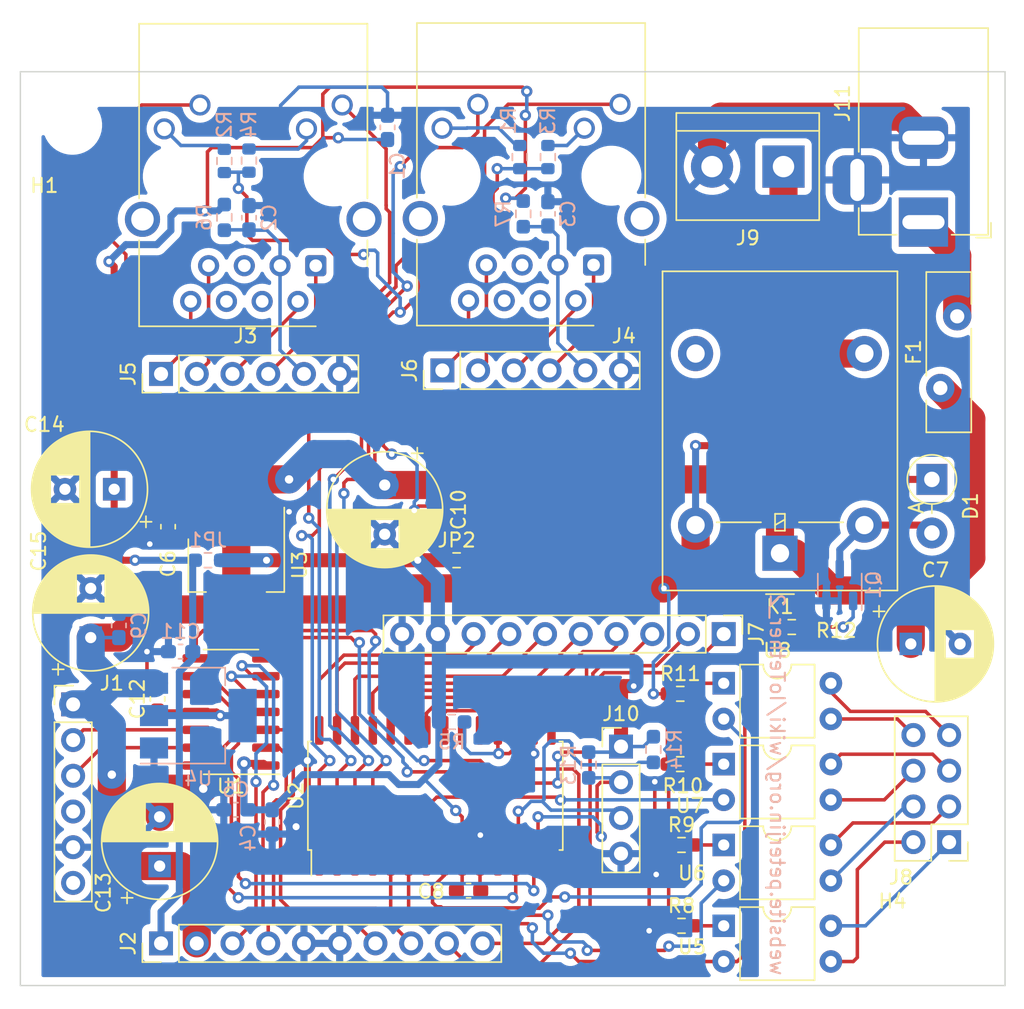
<source format=kicad_pcb>
(kicad_pcb (version 20211014) (generator pcbnew)
  (layers (0 "F.Cu" signal) (31 "B.Cu" signal) (34 "B.Paste" user) (35 "F.Paste" user) (36 "B.SilkS" user "B.Silkscreen") (37 "F.SilkS" user "F.Silkscreen") (38 "B.Mask" user) (39 "F.Mask" user) (44 "Edge.Cuts" user))
  (net 0 "")
  (net 1 "+3.3V")
  (net 2 "GND")
  (net 3 "Net-(C2-Pad1)")
  (net 4 "Net-(C3-Pad1)")
  (net 5 "VDDF")
  (net 6 "VDC")
  (net 7 "+5V")
  (net 8 "Net-(J1-Pad2)")
  (net 9 "Net-(J1-Pad3)")
  (net 12 "/RX")
  (net 13 "/TX")
  (net 14 "/MGP0")
  (net 15 "/MGP1")
  (net 16 "/MGP2")
  (net 17 "/MGP3")
  (net 18 "Net-(J3-Pad1)")
  (net 19 "Net-(J3-Pad2)")
  (net 23 "Net-(J3-Pad7)")
  (net 24 "Net-(J3-Pad8)")
  (net 25 "/GPIO0")
  (net 26 "Net-(J3-Pad10)")
  (net 27 "/GPIO1")
  (net 28 "Net-(J3-Pad12)")
  (net 29 "Net-(J4-Pad1)")
  (net 30 "Net-(J4-Pad2)")
  (net 34 "Net-(J4-Pad7)")
  (net 35 "Net-(J4-Pad8)")
  (net 36 "/GPIO2")
  (net 37 "Net-(J4-Pad10)")
  (net 38 "/GPIO3")
  (net 39 "Net-(J4-Pad12)")
  (net 40 "Net-(J7-Pad1)")
  (net 41 "Net-(J7-Pad2)")
  (net 42 "Net-(J7-Pad3)")
  (net 43 "Net-(J7-Pad4)")
  (net 44 "Net-(J7-Pad5)")
  (net 45 "Net-(J7-Pad6)")
  (net 46 "Net-(J7-Pad7)")
  (net 47 "Net-(J7-Pad8)")
  (net 48 "Net-(J8-Pad1)")
  (net 49 "Net-(J8-Pad2)")
  (net 50 "Net-(J8-Pad3)")
  (net 51 "Net-(J8-Pad4)")
  (net 52 "Net-(J8-Pad5)")
  (net 53 "Net-(J8-Pad6)")
  (net 54 "Net-(J8-Pad7)")
  (net 55 "Net-(J8-Pad8)")
  (net 56 "Net-(J9-Pad1)")
  (net 57 "Net-(D1-Pad2)")
  (net 59 "Net-(Q1-Pad1)")
  (net 60 "Net-(R5-Pad2)")
  (net 61 "Net-(R8-Pad2)")
  (net 62 "Net-(R9-Pad2)")
  (net 63 "Net-(R10-Pad2)")
  (net 64 "Net-(R11-Pad2)")
  (net 65 "Net-(R12-Pad1)")
  (net 67 "Net-(J10-Pad2)")
  (net 68 "Net-(J10-Pad3)")
  (net 69 "Net-(U2-Pad6)")
  (net 70 "Net-(U2-Pad7)")
  (net 71 "Net-(U2-Pad8)")
  (net 76 "Net-(J11-Pad1)")
  (footprint "Connector_PinHeader_2.54mm:PinHeader_1x10_P2.54mm_Vertical" (layer "F.Cu") (at 60 112 90)
    (fp_text reference "J2")
    (fp_text value "Conn_01x10")
  )
  (footprint "Connector_PinHeader_2.54mm:PinHeader_1x06_P2.54mm_Vertical" (layer "F.Cu") (at 53.75 95)
    (fp_text reference "J1")
    (fp_text value "USB_B_Micro")
  )
  (footprint "Connector_BarrelJack:BarrelJack_Horizontal" (layer "F.Cu") (at 114.2 60.7 -90)
    (fp_text reference "J11")
    (fp_text value "Barrel_Jack_Switch")
  )
  (footprint "Resistor_SMD:R_0603_1608Metric_Pad0.98x0.95mm_HandSolder" (layer "F.Cu") (at 96.9125 99.25)
    (fp_text reference "R10")
    (fp_text value "R")
  )
  (footprint "MountingHole:MountingHole_3.2mm_M3" (layer "F.Cu") (at 116.2 111.2)
    (fp_text reference "H4")
    (fp_text value "MountingHole")
  )
  (footprint "Fuse:Fuse_Bourns_MF-RHT500" (layer "F.Cu") (at 115.4 72.5 90)
    (fp_text reference "F1")
    (fp_text value "Polyfuse")
  )
  (footprint "Package_SO:SOIC-14_3.9x8.7mm_P1.27mm" (layer "F.Cu") (at 64.975 95.54 180)
    (fp_text reference "U1")
    (fp_text value "MCP2221AxSL")
  )
  (footprint "Resistor_SMD:R_0603_1608Metric_Pad0.98x0.95mm_HandSolder" (layer "F.Cu") (at 81.0125 84.75)
    (fp_text reference "JP2")
    (fp_text value "Jumper_2_Open")
  )
  (footprint "Connector_PinHeader_2.54mm:PinHeader_1x10_P2.54mm_Vertical" (layer "F.Cu") (at 100 90 -90)
    (fp_text reference "J7")
    (fp_text value "Conn_01x10")
  )
  (footprint "Resistor_SMD:R_0603_1608Metric_Pad0.98x0.95mm_HandSolder" (layer "F.Cu") (at 97 105)
    (fp_text reference "R9")
    (fp_text value "R")
  )
  (footprint "Capacitor_THT:CP_Radial_D8.0mm_P3.50mm" (layer "F.Cu") (at 75.9 79.4 -90)
    (fp_text reference "C10")
    (fp_text value "C_Polarized")
  )
  (footprint "Capacitor_THT:CP_Radial_D8.0mm_P3.50mm" (layer "F.Cu") (at 113.3 90.7)
    (fp_text reference "C7")
    (fp_text value "C_Polarized")
  )
  (footprint "Package_SO:SOIC-28W_7.5x17.9mm_P1.27mm" (layer "F.Cu") (at 79.5 101.5 90)
    (fp_text reference "U2")
    (fp_text value "MCP23017_SO")
  )
  (footprint "Connector_PinHeader_2.54mm:PinHeader_1x06_P2.54mm_Vertical" (layer "F.Cu") (at 60 71.5 90)
    (fp_text reference "J5")
    (fp_text value "Conn_01x06")
  )
  (footprint "Relay_THT:Relay_SPDT_Omron-G5LE-1" (layer "F.Cu") (at 104 84.25 180)
    (fp_text reference "K1")
    (fp_text value "G5LE-1")
  )
  (footprint "TerminalBlock:TerminalBlock_bornier-2_P5.08mm" (layer "F.Cu") (at 104.25 56.75 180)
    (fp_text reference "J9")
    (fp_text value "Conn_01x02")
  )
  (footprint "Package_DIP:DIP-4_W7.62mm" (layer "F.Cu") (at 100 93.5)
    (fp_text reference "U8")
    (fp_text value "PC817")
  )
  (footprint "Resistor_SMD:R_0603_1608Metric_Pad0.98x0.95mm_HandSolder" (layer "F.Cu") (at 97 110.75)
    (fp_text reference "R8")
    (fp_text value "R")
  )
  (footprint "Capacitor_THT:CP_Radial_D8.0mm_P3.50mm" (layer "F.Cu") (at 59.9 106.5 90)
    (fp_text reference "C13")
    (fp_text value "C_Polarized")
  )
  (footprint "Capacitor_SMD:C_0603_1608Metric_Pad1.08x0.95mm_HandSolder" (layer "F.Cu") (at 59.75 94.6125 90)
    (fp_text reference "C12")
    (fp_text value "C")
  )
  (footprint "Capacitor_THT:CP_Radial_D8.0mm_P3.50mm" (layer "F.Cu") (at 56.668557 79.7 180)
    (fp_text reference "C14")
    (fp_text value "C_Polarized")
  )
  (footprint "Package_TO_SOT_SMD:SOT-223-3_TabPin2" (layer "F.Cu") (at 65.35 85.1 -90)
    (fp_text reference "U3")
    (fp_text value "LM1117-5.0")
  )
  (footprint "Connector_RJ:RJ45_Cetus_J1B1211CCD_Horizontal" (layer "F.Cu") (at 90.75 63.75 180)
    (fp_text reference "J4")
    (fp_text value "RJ45_LED_Shielded")
  )
  (footprint "MountingHole:MountingHole_3.2mm_M3" (layer "F.Cu") (at 53.7 53.8)
    (fp_text reference "H1")
    (fp_text value "MountingHole")
  )
  (footprint "Capacitor_THT:CP_Radial_D8.0mm_P3.50mm" (layer "F.Cu") (at 55 90.25 90)
    (fp_text reference "C15")
    (fp_text value "C_Polarized")
  )
  (footprint "Connector_PinHeader_2.54mm:PinHeader_2x04_P2.54mm_Vertical" (layer "F.Cu") (at 116.025 104.8 180)
    (fp_text reference "J8")
    (fp_text value "Conn_01x08")
  )
  (footprint "Connector_PinHeader_2.54mm:PinHeader_1x06_P2.54mm_Vertical" (layer "F.Cu") (at 80 71.25 90)
    (fp_text reference "J6")
    (fp_text value "Conn_01x06")
  )
  (footprint "Package_DIP:DIP-4_W7.62mm" (layer "F.Cu") (at 100 105)
    (fp_text reference "U6")
    (fp_text value "PC817")
  )
  (footprint "Resistor_SMD:R_0603_1608Metric_Pad0.98x0.95mm_HandSolder" (layer "F.Cu") (at 104.8375 89.5)
    (fp_text reference "R12")
    (fp_text value "R")
  )
  (footprint "Diode_THT:D_DO-41_SOD81_P3.81mm_Vertical_AnodeUp" (layer "F.Cu") (at 114.8 79 -90)
    (fp_text reference "D1")
    (fp_text value "D")
  )
  (footprint "Capacitor_SMD:C_0603_1608Metric_Pad1.08x0.95mm_HandSolder" (layer "F.Cu") (at 81.8625 108.25)
    (fp_text reference "C8")
    (fp_text value "C")
  )
  (footprint "Connector_RJ:RJ45_Cetus_J1B1211CCD_Horizontal" (layer "F.Cu") (at 71 63.8 180)
    (fp_text reference "J3")
    (fp_text value "RJ45_LED_Shielded")
  )
  (footprint "Capacitor_SMD:C_0603_1608Metric_Pad1.08x0.95mm_HandSolder" (layer "F.Cu") (at 60.5 82.3625 -90)
    (fp_text reference "C6")
    (fp_text value "C")
  )
  (footprint "Package_DIP:DIP-4_W7.62mm" (layer "F.Cu") (at 100 99.25)
    (fp_text reference "U7")
    (fp_text value "PC817")
  )
  (footprint "Resistor_SMD:R_0603_1608Metric_Pad0.98x0.95mm_HandSolder" (layer "F.Cu") (at 96.9125 94.25)
    (fp_text reference "R11")
    (fp_text value "R")
  )
  (footprint "Package_DIP:DIP-4_W7.62mm" (layer "F.Cu") (at 100 110.75)
    (fp_text reference "U5")
    (fp_text value "PC817")
  )
  (footprint "Connector_PinHeader_2.54mm:PinHeader_1x04_P2.54mm_Vertical" (layer "F.Cu") (at 92.7 98)
    (fp_text reference "J10")
    (fp_text value "Conn_01x04")
  )
  (footprint "Resistor_SMD:R_0603_1608Metric" (layer "B.Cu") (at 85.5 56.075 90)
    (fp_text reference "R1")
    (fp_text value "470")
  )
  (footprint "Capacitor_SMD:C_0603_1608Metric_Pad1.08x0.95mm_HandSolder" (layer "B.Cu") (at 61.3875 91.25 180)
    (fp_text reference "C11")
    (fp_text value "C")
  )
  (footprint "Resistor_SMD:R_0603_1608Metric_Pad0.98x0.95mm_HandSolder" (layer "B.Cu") (at 64.5 60.3625 -90)
    (fp_text reference "R6")
    (fp_text value "R")
  )
  (footprint "Capacitor_SMD:C_0603_1608Metric_Pad1.08x0.95mm_HandSolder" (layer "B.Cu") (at 66.25 60.3875 90)
    (fp_text reference "C2")
    (fp_text value "C")
  )
  (footprint "Capacitor_SMD:C_0603_1608Metric_Pad1.08x0.95mm_HandSolder" (layer "B.Cu") (at 87.5 60.1125 90)
    (fp_text reference "C3")
    (fp_text value "C")
  )
  (footprint "Resistor_SMD:R_0603_1608Metric" (layer "B.Cu") (at 87.5 56.075 90)
    (fp_text reference "R3")
    (fp_text value "470")
  )
  (footprint "Resistor_SMD:R_0603_1608Metric_Pad0.98x0.95mm_HandSolder" (layer "B.Cu") (at 80.6625 96.25)
    (fp_text reference "R5")
    (fp_text value "R")
  )
  (footprint "Capacitor_SMD:C_0603_1608Metric_Pad1.08x0.95mm_HandSolder" (layer "B.Cu") (at 57 89.3875 90)
    (fp_text reference "C9")
    (fp_text value "C")
  )
  (footprint "Resistor_SMD:R_0603_1608Metric_Pad0.98x0.95mm_HandSolder" (layer "B.Cu") (at 95 98.2125 -90)
    (fp_text reference "R14")
    (fp_text value "R")
  )
  (footprint "Resistor_SMD:R_0603_1608Metric_Pad0.98x0.95mm_HandSolder" (layer "B.Cu") (at 85.75 60.1125 -90)
    (fp_text reference "R7")
    (fp_text value "R")
  )
  (footprint "Capacitor_SMD:C_0603_1608Metric_Pad1.08x0.95mm_HandSolder" (layer "B.Cu") (at 67.9 103.3625 -90)
    (fp_text reference "C4")
    (fp_text value "C")
  )
  (footprint "Package_TO_SOT_SMD:SOT-223-3_TabPin2" (layer "B.Cu") (at 62.65 95.8)
    (fp_text reference "U4")
    (fp_text value "LM1117-3.3")
  )
  (footprint "Capacitor_SMD:C_0603_1608Metric_Pad1.08x0.95mm_HandSolder" (layer "B.Cu") (at 76.1 53.9625 90)
    (fp_text reference "C1")
    (fp_text value "C")
  )
  (footprint "Resistor_SMD:R_0603_1608Metric" (layer "B.Cu") (at 64.5 56.35 90)
    (fp_text reference "R2")
    (fp_text value "470")
  )
  (footprint "Resistor_SMD:R_0603_1608Metric_Pad0.98x0.95mm_HandSolder" (layer "B.Cu") (at 63.3375 84.75 180)
    (fp_text reference "JP1")
    (fp_text value "Jumper_2_Open")
  )
  (footprint "Capacitor_SMD:C_0603_1608Metric_Pad1.08x0.95mm_HandSolder" (layer "B.Cu") (at 65.325 102.5 180)
    (fp_text reference "C5")
    (fp_text value "C")
  )
  (footprint "Package_TO_SOT_SMD:SOT-23-3" (layer "B.Cu") (at 108.25 86.5 90)
    (fp_text reference "Q1")
    (fp_text value "Q_NMOS_GSD")
  )
  (footprint "Resistor_SMD:R_0603_1608Metric_Pad0.98x0.95mm_HandSolder" (layer "B.Cu") (at 90.4 99.3125 -90)
    (fp_text reference "R13")
    (fp_text value "R")
  )
  (footprint "Resistor_SMD:R_0603_1608Metric" (layer "B.Cu") (at 66.25 56.325 90)
    (fp_text reference "R4")
    (fp_text value "470")
  )
  (gr_line (start 50 50) (end 50 115) (layer "Edge.Cuts") (width 0.1))
  (gr_line (start 120 50) (end 50 50) (layer "Edge.Cuts") (width 0.1))
  (gr_line (start 50 115) (end 120 115) (layer "Edge.Cuts") (width 0.1))
  (gr_line (start 120 115) (end 120 50) (layer "Edge.Cuts") (width 0.1))
  (gr_text "website.peterjin.org/wiki/IoTether_2" (at 103.8 100.7 270) (layer "B.SilkS") (effects (font (size 1 1)) (justify mirror)))
  (segment (start 56.668557 79.7) (end 56.668557 84.168557) (width 0.5) (layer "F.Cu") (net 1))
  (segment (start 62.5 95.54) (end 63.94 95.54) (width 0.5) (layer "F.Cu") (net 1))
  (segment (start 85.7 51.1) (end 86 51.4) (width 0.25) (layer "F.Cu") (net 1))
  (segment (start 57.25 84.75) (end 58.15 84.75) (width 0.5) (layer "F.Cu") (net 1))
  (segment (start 62.435 95.475) (end 62.5 95.54) (width 0.25) (layer "F.Cu") (net 1))
  (segment (start 85.9 53.1) (end 85.9 58.3) (width 0.25) (layer "F.Cu") (net 1))
  (segment (start 85.3 58.9) (end 85.2 59) (width 0.25) (layer "F.Cu") (net 1))
  (segment (start 56.668557 63.868557) (end 56.3 63.5) (width 0.5) (layer "F.Cu") (net 1))
  (segment (start 63.6 55.4) (end 63.3 55.7) (width 0.25) (layer "F.Cu") (net 1))
  (segment (start 71.5 54.7) (end 71.5 51.6) (width 0.25) (layer "F.Cu") (net 1))
  (segment (start 63.3 55.7) (end 63.3 59.7) (width 0.25) (layer "F.Cu") (net 1))
  (segment (start 63.94 95.54) (end 64.2 95.8) (width 0.5) (layer "F.Cu") (net 1))
  (segment (start 70.8 55.4) (end 63.6 55.4) (width 0.25) (layer "F.Cu") (net 1))
  (segment (start 59.75 95.475) (end 62.435 95.475) (width 0.25) (layer "F.Cu") (net 1))
  (segment (start 71.5 51.6) (end 72 51.1) (width 0.25) (layer "F.Cu") (net 1))
  (segment (start 56.668557 84.168557) (end 57.25 84.75) (width 0.5) (layer "F.Cu") (net 1))
  (segment (start 71.5 54.7) (end 70.8 55.4) (width 0.25) (layer "F.Cu") (net 1))
  (segment (start 85.2 59) (end 84.5 59) (width 0.25) (layer "F.Cu") (net 1))
  (segment (start 72 51.1) (end 76.1 51.1) (width 0.25) (layer "F.Cu") (net 1))
  (segment (start 85.9 58.3) (end 85.3 58.9) (width 0.25) (layer "F.Cu") (net 1))
  (segment (start 72.6 54.7) (end 71.5 54.7) (width 0.25) (layer "F.Cu") (net 1))
  (segment (start 63.3 59.7) (end 63.1 59.9) (width 0.25) (layer "F.Cu") (net 1))
  (segment (start 76.1 51.1) (end 85.7 51.1) (width 0.25) (layer "F.Cu") (net 1))
  (segment (start 56.668557 79.7) (end 56.668557 63.868557) (width 0.5) (layer "F.Cu") (net 1))
  (via (at 85.9 53.1) (size 0.8) (drill 0.4) (layers "F.Cu" "B.Cu") (net 1))
  (via (at 63.1 59.9) (size 0.8) (drill 0.4) (layers "F.Cu" "B.Cu") (net 1))
  (via (at 84.5 59) (size 0.8) (drill 0.4) (layers "F.Cu" "B.Cu") (net 1))
  (via (at 64.2 95.8) (size 0.8) (drill 0.4) (layers "F.Cu" "B.Cu") (net 1))
  (via (at 58.15 84.75) (size 0.8) (drill 0.4) (layers "F.Cu" "B.Cu") (net 1))
  (via (at 86 51.4) (size 0.8) (drill 0.4) (layers "F.Cu" "B.Cu") (net 1))
  (via (at 56.3 63.5) (size 0.8) (drill 0.4) (layers "F.Cu" "B.Cu") (net 1))
  (via (at 72.6 54.7) (size 0.8) (drill 0.4) (layers "F.Cu" "B.Cu") (net 1))
  (segment (start 86 51.4) (end 86 53) (width 0.25) (layer "B.Cu") (net 1))
  (segment (start 56.3 63.5) (end 57.5 62.3) (width 0.5) (layer "B.Cu") (net 1))
  (segment (start 61.3 95.8) (end 61.3 108.45) (width 0.5) (layer "B.Cu") (net 1))
  (segment (start 86 53) (end 85.9 53.1) (width 0.25) (layer "B.Cu") (net 1))
  (segment (start 63.1 59.9) (end 64.05 59.9) (width 0.5) (layer "B.Cu") (net 1))
  (segment (start 85.55 59) (end 85.75 59.2) (width 0.25) (layer "B.Cu") (net 1))
  (segment (start 62.25 84.925) (end 62.425 84.75) (width 0.5) (layer "B.Cu") (net 1))
  (segment (start 76.1 54.825) (end 72.725 54.825) (width 0.25) (layer "B.Cu") (net 1))
  (segment (start 64.05 59.9) (end 64.5 59.45) (width 0.5) (layer "B.Cu") (net 1))
  (segment (start 62.25 91.75) (end 62.25 91.25) (width 0.5) (layer "B.Cu") (net 1))
  (segment (start 84.5 59) (end 85.55 59) (width 0.25) (layer "B.Cu") (net 1))
  (segment (start 61.3 92.7) (end 62.25 91.75) (width 0.5) (layer "B.Cu") (net 1))
  (segment (start 61.3 95.8) (end 61.3 92.7) (width 0.5) (layer "B.Cu") (net 1))
  (segment (start 59.5 95.8) (end 61.3 95.8) (width 0.5) (layer "B.Cu") (net 1))
  (segment (start 60.7 60.3) (end 61.1 59.9) (width 0.5) (layer "B.Cu") (net 1))
  (segment (start 72.725 54.825) (end 72.6 54.7) (width 0.25) (layer "B.Cu") (net 1))
  (segment (start 61.3 95.8) (end 64.2 95.8) (width 0.5) (layer "B.Cu") (net 1))
  (segment (start 64.2 95.8) (end 65.8 95.8) (width 0.5) (layer "B.Cu") (net 1))
  (segment (start 61.3 108.45) (end 60 109.75) (width 0.5) (layer "B.Cu") (net 1))
  (segment (start 60.7 61.3) (end 60.7 60.3) (width 0.5) (layer "B.Cu") (net 1))
  (segment (start 62.25 91.25) (end 62.25 84.925) (width 0.5) (layer "B.Cu") (net 1))
  (segment (start 61.1 59.9) (end 63.1 59.9) (width 0.5) (layer "B.Cu") (net 1))
  (segment (start 59.7 62.3) (end 60.7 61.3) (width 0.5) (layer "B.Cu") (net 1))
  (segment (start 60 109.75) (end 60 112) (width 0.5) (layer "B.Cu") (net 1))
  (segment (start 57.5 62.3) (end 59.7 62.3) (width 0.5) (layer "B.Cu") (net 1))
  (segment (start 62.425 84.75) (end 58.15 84.75) (width 0.5) (layer "B.Cu") (net 1))
  (segment (start 95.1 107) (end 95.2 107.1) (width 0.25) (layer "F.Cu") (net 2))
  (segment (start 59.75 93.75) (end 59 93) (width 0.25) (layer "F.Cu") (net 2))
  (segment (start 94.7 107.6) (end 95.2 107.1) (width 0.25) (layer "F.Cu") (net 2))
  (segment (start 60.7 101) (end 63 101) (width 2) (layer "F.Cu") (net 2))
  (segment (start 86.485 96.85) (end 87.755 96.85) (width 0.25) (layer "F.Cu") (net 2))
  (segment (start 59.9 103) (end 59.9 101.8) (width 2) (layer "F.Cu") (net 2))
  (segment (start 68.3 81.3) (end 67.65 81.95) (width 0.5) (layer "F.Cu") (net 2))
  (segment (start 70.4 99) (end 70.4 102.9) (width 0.5) (layer "F.Cu") (net 2))
  (segment (start 59 93) (end 59 91.25) (width 0.25) (layer "F.Cu") (net 2))
  (segment (start 82.675 108.2) (end 82.725 108.25) (width 0.25) (layer "F.Cu") (net 2))
  (segment (start 82.7 106.125) (end 82.675 106.15) (width 0.25) (layer "F.Cu") (net 2))
  (segment (start 69.1 81.3) (end 68.3 81.3) (width 0.5) (layer "F.Cu") (net 2))
  (segment (start 99.17 53.83) (end 99.8 53.2) (width 2) (layer "F.Cu") (net 2))
  (segment (start 59.575 83.225) (end 59.2 83.6) (width 0.25) (layer "F.Cu") (net 2))
  (segment (start 95.1 100.5) (end 95.1 107) (width 0.25) (layer "F.Cu") (net 2))
  (segment (start 94.7 111.1) (end 94.7 107.6) (width 0.25) (layer "F.Cu") (net 2))
  (segment (start 112.7 53.2) (end 114.2 54.7) (width 2) (layer "F.Cu") (net 2))
  (segment (start 62.5 100.5) (end 63 101) (width 0.5) (layer "F.Cu") (net 2))
  (segment (start 99.17 56.75) (end 99.17 53.83) (width 2) (layer "F.Cu") (net 2))
  (segment (start 86.485 98.485) (end 86.5 98.5) (width 0.25) (layer "F.Cu") (net 2))
  (segment (start 62.5 99.35) (end 62.5 100.5) (width 0.5) (layer "F.Cu") (net 2))
  (segment (start 60.5 83.225) (end 59.575 83.225) (width 0.25) (layer "F.Cu") (net 2))
  (segment (start 82.675 106.15) (end 82.675 108.2) (width 0.25) (layer "F.Cu") (net 2))
  (segment (start 86.485 96.85) (end 86.485 98.485) (width 0.25) (layer "F.Cu") (net 2))
  (segment (start 99.8 53.2) (end 112.7 53.2) (width 2) (layer "F.Cu") (net 2))
  (segment (start 59.9 101.8) (end 60.7 101) (width 2) (layer "F.Cu") (net 2))
  (segment (start 82.7 104.3) (end 82.7 106.125) (width 0.25) (layer "F.Cu") (net 2))
  (segment (start 70.4 102.9) (end 69.6 103.7) (width 0.5) (layer "F.Cu") (net 2))
  (via (at 70.4 99) (size 1) (drill 0.5) (layers "F.Cu" "B.Cu") (net 2))
  (via (at 86.5 98.5) (size 0.8) (drill 0.4) (layers "F.Cu" "B.Cu") (net 2))
  (via (at 63 101) (size 1.2) (drill 0.6) (layers "F.Cu" "B.Cu") (net 2))
  (via (at 59 91.25) (size 0.8) (drill 0.4) (layers "F.Cu" "B.Cu") (net 2))
  (via (at 95.1 100.5) (size 0.8) (drill 0.4) (layers "F.Cu" "B.Cu") (net 2))
  (via (at 95.2 107.1) (size 0.8) (drill 0.4) (layers "F.Cu" "B.Cu") (net 2))
  (via (at 69.6 103.7) (size 1) (drill 0.5) (layers "F.Cu" "B.Cu") (net 2))
  (via (at 82.7 104.3) (size 0.8) (drill 0.4) (layers "F.Cu" "B.Cu") (net 2))
  (via (at 94.7 111.1) (size 0.8) (drill 0.4) (layers "F.Cu" "B.Cu") (net 2))
  (via (at 69.1 81.3) (size 0.8) (drill 0.4) (layers "F.Cu" "B.Cu") (net 2))
  (via (at 59.2 83.6) (size 0.8) (drill 0.4) (layers "F.Cu" "B.Cu") (net 2))
  (segment (start 75.7 51.1) (end 69.8 51.1) (width 0.25) (layer "B.Cu") (net 2))
  (segment (start 76.1 53.1) (end 76.1 51.5) (width 0.25) (layer "B.Cu") (net 2))
  (segment (start 69.4 51.5) (end 68.5 52.4) (width 0.25) (layer "B.Cu") (net 2))
  (segment (start 69.8 51.1) (end 69.4 51.5) (width 0.25) (layer "B.Cu") (net 2))
  (segment (start 76.1 51.5) (end 75.7 51.1) (width 0.25) (layer "B.Cu") (net 2))
  (segment (start 68.5 52.4) (end 68.5 53.2) (width 0.25) (layer "B.Cu") (net 2))
  (segment (start 66.25 61.25) (end 64.525 61.25) (width 0.25) (layer "B.Cu") (net 3))
  (segment (start 64.525 61.25) (end 64.5 61.275) (width 0.25) (layer "B.Cu") (net 3))
  (segment (start 68.46 63.8) (end 68.46 69.8) (width 0.25) (layer "B.Cu") (net 3))
  (segment (start 68.46 69.8) (end 70.16 71.5) (width 0.25) (layer "B.Cu") (net 3))
  (segment (start 68.46 63.8) (end 68.46 62.21) (width 0.25) (layer "B.Cu") (net 3))
  (segment (start 66.275 61.275) (end 66.25 61.25) (width 0.25) (layer "B.Cu") (net 3))
  (segment (start 67.525 61.275) (end 66.275 61.275) (width 0.25) (layer "B.Cu") (net 3))
  (segment (start 68.46 62.21) (end 67.525 61.275) (width 0.25) (layer "B.Cu") (net 3))
  (segment (start 85.75 61.025) (end 87.45 61.025) (width 0.25) (layer "B.Cu") (net 4))
  (segment (start 87.5 60.975) (end 88.21 61.685) (width 0.25) (layer "B.Cu") (net 4))
  (segment (start 87.45 61.025) (end 87.5 60.975) (width 0.25) (layer "B.Cu") (net 4))
  (segment (start 88.21 69.3) (end 90.16 71.25) (width 0.25) (layer "B.Cu") (net 4))
  (segment (start 88.21 61.685) (end 88.21 63.75) (width 0.25) (layer "B.Cu") (net 4))
  (segment (start 88.21 63.75) (end 88.21 69.3) (width 0.25) (layer "B.Cu") (net 4))
  (segment (start 81 108.25) (end 81.405 107.845) (width 0.25) (layer "F.Cu") (net 5))
  (segment (start 67.3 99.2) (end 65.9 99.2) (width 0.5) (layer "F.Cu") (net 5))
  (segment (start 81.405 106.15) (end 81.405 103.005) (width 0.25) (layer "F.Cu") (net 5))
  (segment (start 92.9 93.7) (end 92.7 93.9) (width 1) (layer "F.Cu") (net 5))
  (segment (start 81.405 103.005) (end 80.95 102.55) (width 0.25) (layer "F.Cu") (net 5))
  (segment (start 67.45 99.35) (end 67.3 99.2) (width 0.5) (layer "F.Cu") (net 5))
  (segment (start 78.25 84.75) (end 80.1 84.75) (width 1) (layer "F.Cu") (net 5))
  (segment (start 81.405 107.845) (end 81.405 106.15) (width 0.25) (layer "F.Cu") (net 5))
  (segment (start 93.6 93.7) (end 92.9 93.7) (width 1) (layer "F.Cu") (net 5))
  (segment (start 67.5 84.75) (end 78.25 84.75) (width 1) (layer "F.Cu") (net 5))
  (segment (start 92.7 93.9) (end 92.7 98) (width 1) (layer "F.Cu") (net 5))
  (via (at 67.5 84.75) (size 1) (drill 0.5) (layers "F.Cu" "B.Cu") (net 5))
  (via (at 65.9 99.2) (size 1) (drill 0.5) (layers "F.Cu" "B.Cu") (net 5))
  (via (at 78.25 84.75) (size 1) (drill 0.5) (layers "F.Cu" "B.Cu") (net 5))
  (via (at 80.95 102.55) (size 0.8) (drill 0.4) (layers "F.Cu" "B.Cu") (net 5))
  (via (at 93.6 93.7) (size 0.8) (drill 0.4) (layers "F.Cu" "B.Cu") (net 5))
  (segment (start 94.3 98) (end 92.7 98) (width 0.25) (layer "B.Cu") (net 5))
  (segment (start 93.8 92.1) (end 93.8 93.5) (width 1) (layer "B.Cu") (net 5))
  (segment (start 78.7 100.3) (end 79.75 99.25) (width 0.5) (layer "B.Cu") (net 5))
  (segment (start 70.1 100) (end 76.2 100) (width 0.5) (layer "B.Cu") (net 5))
  (segment (start 65.9 102.2125) (end 66.1875 102.5) (width 0.5) (layer "B.Cu") (net 5))
  (segment (start 93.8 93.5) (end 93.6 93.7) (width 1) (layer "B.Cu") (net 5))
  (segment (start 79.75 90.07) (end 79.68 90) (width 1) (layer "B.Cu") (net 5))
  (segment (start 69.6 100.8) (end 69.6 100.5) (width 0.5) (layer "B.Cu") (net 5))
  (segment (start 90.4 98.4) (end 92.3 98.4) (width 0.25) (layer "B.Cu") (net 5))
  (segment (start 76.2 100) (end 76.9 100.7) (width 0.5) (layer "B.Cu") (net 5))
  (segment (start 65.9 99.2) (end 65.9 102.2125) (width 0.5) (layer "B.Cu") (net 5))
  (segment (start 79.68 86.18) (end 78.25 84.75) (width 1) (layer "B.Cu") (net 5))
  (segment (start 64.25 84.75) (end 67.5 84.75) (width 1) (layer "B.Cu") (net 5))
  (segment (start 93.65 91.95) (end 93.8 92.1) (width 1) (layer "B.Cu") (net 5))
  (segment (start 79.75 91.95) (end 93.65 91.95) (width 1) (layer "B.Cu") (net 5))
  (segment (start 79.75 99.25) (end 79.75 96.25) (width 0.5) (layer "B.Cu") (net 5))
  (segment (start 95 97.3) (end 94.3 98) (width 0.25) (layer "B.Cu") (net 5))
  (segment (start 78.3 100.7) (end 78.7 100.3) (width 0.5) (layer "B.Cu") (net 5))
  (segment (start 79.68 90) (end 79.68 86.18) (width 1) (layer "B.Cu") (net 5))
  (segment (start 67.9 102.5) (end 69.6 100.8) (width 0.5) (layer "B.Cu") (net 5))
  (segment (start 92.3 98.4) (end 92.7 98) (width 0.25) (layer "B.Cu") (net 5))
  (segment (start 76.9 100.7) (end 78.3 100.7) (width 0.5) (layer "B.Cu") (net 5))
  (segment (start 80.95 102.55) (end 78.7 100.3) (width 0.25) (layer "B.Cu") (net 5))
  (segment (start 66.1875 102.5) (end 67.9 102.5) (width 0.5) (layer "B.Cu") (net 5))
  (segment (start 79.75 91.95) (end 79.75 90.07) (width 1) (layer "B.Cu") (net 5))
  (segment (start 79.75 96.25) (end 79.75 91.95) (width 1) (layer "B.Cu") (net 5))
  (segment (start 69.6 100.5) (end 70.1 100) (width 0.5) (layer "B.Cu") (net 5))
  (segment (start 117.6 84.6) (end 117.6 74.7) (width 2) (layer "F.Cu") (net 6))
  (segment (start 92.3 79.4) (end 92.7 79) (width 2) (layer "F.Cu") (net 6))
  (segment (start 104 81.8) (end 104 84.25) (width 2) (layer "F.Cu") (net 6))
  (segment (start 62.2 79) (end 61.9 79.3) (width 2) (layer "F.Cu") (net 6))
  (segment (start 107.7 86.9) (end 111.3 86.9) (width 2) (layer "F.Cu") (net 6))
  (segment (start 105.05 84.25) (end 107.7 86.9) (width 2) (layer "F.Cu") (net 6))
  (segment (start 101.2 79) (end 104 81.8) (width 2) (layer "F.Cu") (net 6))
  (segment (start 117.6 74.7) (end 115.4 72.5) (width 2) (layer "F.Cu") (net 6))
  (segment (start 113.3 88.9) (end 117.6 84.6) (width 2) (layer "F.Cu") (net 6))
  (segment (start 75.9 79.4) (end 92.3 79.4) (width 2) (layer "F.Cu") (net 6))
  (segment (start 111.3 86.9) (end 113.3 88.9) (width 2) (layer "F.Cu") (net 6))
  (segment (start 60.5 81.5) (end 61.9 81.5) (width 1) (layer "F.Cu") (net 6))
  (segment (start 61.9 79.3) (end 61.9 81.5) (width 2) (layer "F.Cu") (net 6))
  (segment (start 113.3 88.9) (end 113.3 90.7) (width 2) (layer "F.Cu") (net 6))
  (segment (start 61.9 81.5) (end 62.6 81.5) (width 1) (layer "F.Cu") (net 6))
  (segment (start 104 84.25) (end 105.05 84.25) (width 2) (layer "F.Cu") (net 6))
  (segment (start 92.7 79) (end 101.2 79) (width 2) (layer "F.Cu") (net 6))
  (segment (start 69.1 79) (end 62.2 79) (width 2) (layer "F.Cu") (net 6))
  (segment (start 62.6 81.5) (end 63.05 81.95) (width 1) (layer "F.Cu") (net 6))
  (via (at 69.1 79) (size 1.2) (drill 0.6) (layers "F.Cu" "B.Cu") (net 6))
  (segment (start 75.5 79.4) (end 75.9 79.4) (width 2) (layer "B.Cu") (net 6))
  (segment (start 70.9 77.2) (end 73.3 77.2) (width 2) (layer "B.Cu") (net 6))
  (segment (start 73.3 77.2) (end 75.5 79.4) (width 2) (layer "B.Cu") (net 6))
  (segment (start 69.1 79) (end 70.9 77.2) (width 2) (layer "B.Cu") (net 6))
  (segment (start 66.4 61.9) (end 66.1 61.6) (width 0.25) (layer "F.Cu") (net 7))
  (segment (start 96 99.25) (end 96 94.25) (width 0.25) (layer "F.Cu") (net 7))
  (segment (start 75.75 86.75) (end 81.5 86.75) (width 2) (layer "F.Cu") (net 7))
  (segment (start 66.1 61.4) (end 66.1 58.9) (width 0.25) (layer "F.Cu") (net 7))
  (segment (start 71.4 62.1) (end 71.3 62) (width 0.25) (layer "F.Cu") (net 7))
  (segment (start 78.4 63.9) (end 78.4 65.8) (width 0.25) (layer "F.Cu") (net 7))
  (segment (start 102.9 77.1) (end 102.4 76.6) (width 0.5) (layer "F.Cu") (net 7))
  (segment (start 80 63.4) (end 79.8 63.6) (width 0.25) (layer "F.Cu") (net 7))
  (segment (start 78.3 80.9) (end 81.8 80.9) (width 0.25) (layer "F.Cu") (net 7))
  (segment (start 76.5 67.1) (end 75.8 67.8) (width 0.25) (layer "F.Cu") (net 7))
  (segment (start 96.0875 99.3375) (end 96 99.25) (width 0.25) (layer "F.Cu") (net 7))
  (segment (start 114.8 79) (end 104.8 79) (width 0.5) (layer "F.Cu") (net 7))
  (segment (start 62.54 107.64) (end 62.54 112) (width 2) (layer "F.Cu") (net 7))
  (segment (start 95.75 86.75) (end 98 84.5) (width 2) (layer "F.Cu") (net 7))
  (segment (start 96.0875 105) (end 96.0875 99.3375) (width 0.25) (layer "F.Cu") (net 7))
  (segment (start 65.35 81.95) (end 65.35 88.25) (width 2) (layer "F.Cu") (net 7))
  (segment (start 57.6 106.5) (end 59.9 106.5) (width 2) (layer "F.Cu") (net 7))
  (segment (start 83.6 59.8) (end 80 63.4) (width 0.25) (layer "F.Cu") (net 7))
  (segment (start 82 84.675) (end 81.925 84.75) (width 0.25) (layer "F.Cu") (net 7))
  (segment (start 71.3 62) (end 69.2 62) (width 0.25) (layer "F.Cu") (net 7))
  (segment (start 65.35 88.25) (end 59 88.25) (width 2) (layer "F.Cu") (net 7))
  (segment (start 96.0875 110.75) (end 96.0875 105) (width 0.25) (layer "F.Cu") (net 7))
  (segment (start 69.2 62) (end 66.5 62) (width 0.25) (layer "F.Cu") (net 7))
  (segment (start 81.8 80.9) (end 82 81.1) (width 0.25) (layer "F.Cu") (net 7))
  (segment (start 83.9 56.9) (end 83.9 58.3) (width 0.25) (layer "F.Cu") (net 7))
  (segment (start 72.3 63) (end 71.4 62.1) (width 0.25) (layer "F.Cu") (net 7))
  (segment (start 56.5 100) (end 56.5 105.4) (width 2) (layer "F.Cu") (net 7))
  (segment (start 66.1 58.9) (end 65.5 58.3) (width 0.25) (layer "F.Cu") (net 7))
  (segment (start 81.925 86.325) (end 81.5 86.75) (width 1) (layer "F.Cu") (net 7))
  (segment (start 96 94.25) (end 95 94.25) (width 0.25) (layer "F.Cu") (net 7))
  (segment (start 59.9 106.5) (end 61.4 106.5) (width 2) (layer "F.Cu") (net 7))
  (segment (start 78 81.2) (end 78.3 80.9) (width 0.25) (layer "F.Cu") (net 7))
  (segment (start 75.8 76.6) (end 76.4 77.2) (width 0.25) (layer "F.Cu") (net 7))
  (segment (start 65.35 88.25) (end 74.25 88.25) (width 2) (layer "F.Cu") (net 7))
  (segment (start 81.5 86.75) (end 95.75 86.75) (width 2) (layer "F.Cu") (net 7))
  (segment (start 77 67.1) (end 76.5 67.1) (width 0.25) (layer "F.Cu") (net 7))
  (segment (start 98 84.5) (end 98 82.25) (width 2) (layer "F.Cu") (net 7))
  (segment (start 77.1 67.1) (end 77 67.1) (width 0.25) (layer "F.Cu") (net 7))
  (segment (start 81.925 84.75) (end 81.925 86.325) (width 1) (layer "F.Cu") (net 7))
  (segment (start 57 90.25) (end 55 90.25) (width 2) (layer "F.Cu") (net 7))
  (segment (start 83.6 58.6) (end 83.6 59.4) (width 0.25) (layer "F.Cu") (net 7))
  (segment (start 78.4 65.8) (end 77.1 67.1) (width 0.25) (layer "F.Cu") (net 7))
  (segment (start 66.5 62) (end 66.4 61.9) (width 0.25) (layer "F.Cu") (net 7))
  (segment (start 83.9 58.3) (end 83.6 58.6) (width 0.25) (layer "F.Cu") (net 7))
  (segment (start 61.4 106.5) (end 62.54 107.64) (width 2) (layer "F.Cu") (net 7))
  (segment (start 82 81.1) (end 82 84.675) (width 0.25) (layer "F.Cu") (net 7))
  (segment (start 104.8 79) (end 102.9 77.1) (width 0.5) (layer "F.Cu") (net 7))
  (segment (start 66.1 61.6) (end 66.1 61.4) (width 0.25) (layer "F.Cu") (net 7))
  (segment (start 78.7 63.6) (end 78.4 63.9) (width 0.25) (layer "F.Cu") (net 7))
  (segment (start 74.25 88.25) (end 75.75 86.75) (width 2) (layer "F.Cu") (net 7))
  (segment (start 83.6 59.4) (end 83.6 59.8) (width 0.25) (layer "F.Cu") (net 7))
  (segment (start 74.4 63) (end 72.3 63) (width 0.25) (layer "F.Cu") (net 7))
  (segment (start 59 88.25) (end 57 90.25) (width 2) (layer "F.Cu") (net 7))
  (segment (start 79.8 63.6) (end 78.7 63.6) (width 0.25) (layer "F.Cu") (net 7))
  (segment (start 102.4 76.6) (end 98 76.6) (width 0.5) (layer "F.Cu") (net 7))
  (segment (start 56.5 105.4) (end 57.6 106.5) (width 2) (layer "F.Cu") (net 7))
  (segment (start 75.8 67.8) (end 75.8 76.6) (width 0.25) (layer "F.Cu") (net 7))
  (via (at 56.5 100) (size 1.2) (drill 0.6) (layers "F.Cu" "B.Cu") (net 7))
  (via (at 65.5 58.3) (size 0.8) (drill 0.4) (layers "F.Cu" "B.Cu") (net 7))
  (via (at 78 81.2) (size 0.8) (drill 0.4) (layers "F.Cu" "B.Cu") (net 7))
  (via (at 83.9 56.9) (size 0.8) (drill 0.4) (layers "F.Cu" "B.Cu") (net 7))
  (via (at 98 76.6) (size 0.8) (drill 0.4) (layers "F.Cu" "B.Cu") (net 7))
  (via (at 74.4 63) (size 0.8) (drill 0.4) (layers "F.Cu" "B.Cu") (net 7))
  (via (at 77 67.1) (size 0.8) (drill 0.4) (layers "F.Cu" "B.Cu") (net 7))
  (via (at 95 94.25) (size 0.8) (drill 0.4) (layers "F.Cu" "B.Cu") (net 7))
  (via (at 95.75 86.75) (size 0.8) (drill 0.4) (layers "F.Cu" "B.Cu") (net 7))
  (via (at 76.4 77.2) (size 0.8) (drill 0.4) (layers "F.Cu" "B.Cu") (net 7))
  (segment (start 75.4 64.5) (end 77 66.1) (width 0.25) (layer "B.Cu") (net 7))
  (segment (start 53.75 95) (end 55 95) (width 2) (layer "B.Cu") (net 7))
  (segment (start 75.2 62.7) (end 74.7 62.7) (width 0.25) (layer "B.Cu") (net 7))
  (segment (start 76.4 77.2) (end 77.4 77.2) (width 0.25) (layer "B.Cu") (net 7))
  (segment (start 77 66.1) (end 77 67.1) (width 0.25) (layer "B.Cu") (net 7))
  (segment (start 96.095 90.905) (end 96.095 87.095) (width 0.25) (layer "B.Cu") (net 7))
  (segment (start 96.095 87.095) (end 95.75 86.75) (width 0.25) (layer "B.Cu") (net 7))
  (segment (start 75.2 62.7) (end 75.4 62.9) (width 0.25) (layer "B.Cu") (net 7))
  (segment (start 55 95) (end 56.5 96.5) (width 2) (layer "B.Cu") (net 7))
  (segment (start 65.5 57.2) (end 65.45 57.15) (width 0.25) (layer "B.Cu") (net 7))
  (segment (start 74.7 62.7) (end 74.4 63) (width 0.25) (layer "B.Cu") (net 7))
  (segment (start 78.2 80.4) (end 78 80.6) (width 0.25) (layer "B.Cu") (net 7))
  (segment (start 55 90.25) (end 55 92) (width 2) (layer "B.Cu") (net 7))
  (segment (start 57 90.25) (end 55 90.25) (width 0.25) (layer "B.Cu") (net 7))
  (segment (start 55 92) (end 56.5 93.5) (width 2) (layer "B.Cu") (net 7))
  (segment (start 95 94.25) (end 95 92) (width 0.25) (layer "B.Cu") (net 7))
  (segment (start 56.5 93.5) (end 59.5 93.5) (width 2) (layer "B.Cu") (net 7))
  (segment (start 66.25 57.15) (end 65.45 57.15) (width 0.25) (layer "B.Cu") (net 7))
  (segment (start 98 76.6) (end 98 82.25) (width 0.5) (layer "B.Cu") (net 7))
  (segment (start 55 95) (end 56.5 93.5) (width 2) (layer "B.Cu") (net 7))
  (segment (start 77.4 77.2) (end 78.2 78) (width 0.25) (layer "B.Cu") (net 7))
  (segment (start 65.5 58.3) (end 65.5 57.2) (width 0.25) (layer "B.Cu") (net 7))
  (segment (start 64.525 57.15) (end 64.5 57.175) (width 0.25) (layer "B.Cu") (net 7))
  (segment (start 75.4 62.9) (end 75.4 64.5) (width 0.25) (layer "B.Cu") (net 7))
  (segment (start 87.5 56.9) (end 85.5 56.9) (width 0.25) (layer "B.Cu") (net 7))
  (segment (start 78 80.6) (end 78 81.2) (width 0.25) (layer "B.Cu") (net 7))
  (segment (start 78.2 78) (end 78.2 80.4) (width 0.25) (layer "B.Cu") (net 7))
  (segment (start 85.5 56.9) (end 83.9 56.9) (width 0.25) (layer "B.Cu") (net 7))
  (segment (start 65.45 57.15) (end 64.525 57.15) (width 0.25) (layer "B.Cu") (net 7))
  (segment (start 56.5 96.5) (end 56.5 100) (width 2) (layer "B.Cu") (net 7))
  (segment (start 95 92) (end 96.095 90.905) (width 0.25) (layer "B.Cu") (net 7))
  (segment (start 53.75 97.54) (end 54.48 96.81) (width 0.25) (layer "F.Cu") (net 8))
  (segment (start 54.48 96.81) (end 62.5 96.81) (width 0.25) (layer "F.Cu") (net 8))
  (segment (start 62.5 98.08) (end 55.75 98.08) (width 0.25) (layer "F.Cu") (net 9))
  (segment (start 55.75 98.08) (end 53.75 100.08) (width 0.25) (layer "F.Cu") (net 9))
  (segment (start 65.08 112) (end 66.75 110.33) (width 0.25) (layer "F.Cu") (net 12))
  (segment (start 65 93) (end 66.27 94.27) (width 0.25) (layer "F.Cu") (net 12))
  (segment (start 66.75 110.33) (end 66.75 100.75) (width 0.25) (layer "F.Cu") (net 12))
  (segment (start 66.27 94.27) (end 67.45 94.27) (width 0.25) (layer "F.Cu") (net 12))
  (segment (start 66.75 100.75) (end 66.75 100.5) (width 0.25) (layer "F.Cu") (net 12))
  (via (at 66.75 100.5) (size 0.8) (drill 0.4) (layers "F.Cu" "B.Cu") (net 12))
  (via (at 65 93) (size 0.8) (drill 0.4) (layers "F.Cu" "B.Cu") (net 12))
  (segment (start 67.5 97.75) (end 67.5 94.25) (width 0.25) (layer "B.Cu") (net 12))
  (segment (start 66.75 100.5) (end 66.75 98.5) (width 0.25) (layer "B.Cu") (net 12))
  (segment (start 67.5 93.75) (end 66.75 93) (width 0.25) (layer "B.Cu") (net 12))
  (segment (start 66.75 98.5) (end 67.5 97.75) (width 0.25) (layer "B.Cu") (net 12))
  (segment (start 66.75 93) (end 65 93) (width 0.25) (layer "B.Cu") (net 12))
  (segment (start 67.5 94.25) (end 67.5 93.75) (width 0.25) (layer "B.Cu") (net 12))
  (segment (start 67.62 112) (end 67.62 110.62) (width 0.25) (layer "F.Cu") (net 13))
  (segment (start 67.45 93) (end 66.5 93) (width 0.25) (layer "F.Cu") (net 13))
  (segment (start 67.25 101.25) (end 67.75 100.75) (width 0.25) (layer "F.Cu") (net 13))
  (segment (start 67.75 100.75) (end 68 100.75) (width 0.25) (layer "F.Cu") (net 13))
  (segment (start 67.25 110.25) (end 67.25 101.25) (width 0.25) (layer "F.Cu") (net 13))
  (segment (start 67.62 110.62) (end 67.25 110.25) (width 0.25) (layer "F.Cu") (net 13))
  (segment (start 66.5 93) (end 65.75 92.25) (width 0.25) (layer "F.Cu") (net 13))
  (via (at 68 100.75) (size 0.8) (drill 0.4) (layers "F.Cu" "B.Cu") (net 13))
  (via (at 65.75 92.25) (size 0.8) (drill 0.4) (layers "F.Cu" "B.Cu") (net 13))
  (segment (start 68 93.25) (end 67 92.25) (width 0.25) (layer "B.Cu") (net 13))
  (segment (start 67 92.25) (end 65.75 92.25) (width 0.25) (layer "B.Cu") (net 13))
  (segment (start 68 100.75) (end 68 93.25) (width 0.25) (layer "B.Cu") (net 13))
  (segment (start 68.9 98.6) (end 68.38 98.08) (width 0.25) (layer "F.Cu") (net 14))
  (segment (start 68.2 101.8) (end 68 102) (width 0.25) (layer "F.Cu") (net 14))
  (segment (start 68 109.6) (end 68.5 110.1) (width 0.25) (layer "F.Cu") (net 14))
  (segment (start 68.4 101.8) (end 68.9 101.3) (width 0.25) (layer "F.Cu") (net 14))
  (segment (start 68.9 101.3) (end 68.9 98.6) (width 0.25) (layer "F.Cu") (net 14))
  (segment (start 73.34 110.1) (end 75.24 112) (width 0.25) (layer "F.Cu") (net 14))
  (segment (start 68.4 101.8) (end 68.2 101.8) (width 0.25) (layer "F.Cu") (net 14))
  (segment (start 68 102) (end 68 109.6) (width 0.25) (layer "F.Cu") (net 14))
  (segment (start 67.45 98.08) (end 68.38 98.08) (width 0.25) (layer "F.Cu") (net 14))
  (segment (start 68.5 110.1) (end 73.34 110.1) (width 0.25) (layer "F.Cu") (net 14))
  (segment (start 68.5 102.5) (end 69 102) (width 0.25) (layer "F.Cu") (net 15))
  (segment (start 75.28 109.5) (end 69.1 109.5) (width 0.25) (layer "F.Cu") (net 15))
  (segment (start 69.11 96.81) (end 67.45 96.81) (width 0.25) (layer "F.Cu") (net 15))
  (segment (start 69.4 97.1) (end 69.11 96.81) (width 0.25) (layer "F.Cu") (net 15))
  (segment (start 68.5 108.9) (end 68.5 102.5) (width 0.25) (layer "F.Cu") (net 15))
  (segment (start 69.1 109.5) (end 68.5 108.9) (width 0.25) (layer "F.Cu") (net 15))
  (segment (start 69 102) (end 69 101.836396) (width 0.25) (layer "F.Cu") (net 15))
  (segment (start 69.4 101.436396) (end 69.4 97.1) (width 0.25) (layer "F.Cu") (net 15))
  (segment (start 69 101.836396) (end 69.4 101.436396) (width 0.25) (layer "F.Cu") (net 15))
  (segment (start 77.78 112) (end 75.28 109.5) (width 0.25) (layer "F.Cu") (net 15))
  (segment (start 73.75 90.5) (end 74 90.5) (width 0.25) (layer "F.Cu") (net 16))
  (segment (start 81.82 113.5) (end 83.5 113.5) (width 0.25) (layer "F.Cu") (net 16))
  (segment (start 90.5 109.9) (end 90.5 98.8) (width 0.25) (layer "F.Cu") (net 16))
  (segment (start 67.45 90.55) (end 67.75 90.25) (width 0.25) (layer "F.Cu") (net 16))
  (segment (start 82 99.8) (end 82.2 100) (width 0.25) (layer "F.Cu") (net 16))
  (segment (start 86.9 113.5) (end 90.5 109.9) (width 0.25) (layer "F.Cu") (net 16))
  (segment (start 67.45 91.73) (end 67.45 90.55) (width 0.25) (layer "F.Cu") (net 16))
  (segment (start 90.1 98.4) (end 88.5 98.4) (width 0.25) (layer "F.Cu") (net 16))
  (segment (start 80.32 112) (end 81.82 113.5) (width 0.25) (layer "F.Cu") (net 16))
  (segment (start 74 90.5) (end 74.1 90.6) (width 0.25) (layer "F.Cu") (net 16))
  (segment (start 82.2 100) (end 82.8 100.6) (width 0.25) (layer "F.Cu") (net 16))
  (segment (start 90.5 98.8) (end 90.1 98.4) (width 0.25) (layer "F.Cu") (net 16))
  (segment (start 67.75 90.25) (end 73.5 90.25) (width 0.25) (layer "F.Cu") (net 16))
  (segment (start 82.8 100.6) (end 88.2 100.6) (width 0.25) (layer "F.Cu") (net 16))
  (segment (start 73.5 90.25) (end 73.75 90.5) (width 0.25) (layer "F.Cu") (net 16))
  (segment (start 88.5 98.4) (end 88.2 98.7) (width 0.25) (layer "F.Cu") (net 16))
  (segment (start 77.5 99.8) (end 82 99.8) (width 0.25) (layer "F.Cu") (net 16))
  (segment (start 83.5 113.5) (end 86.9 113.5) (width 0.25) (layer "F.Cu") (net 16))
  (via (at 88.2 98.7) (size 0.8) (drill 0.4) (layers "F.Cu" "B.Cu") (net 16))
  (via (at 88.2 100.6) (size 0.8) (drill 0.4) (layers "F.Cu" "B.Cu") (net 16))
  (via (at 77.5 99.8) (size 0.8) (drill 0.4) (layers "F.Cu" "B.Cu") (net 16))
  (via (at 74.1 90.6) (size 0.8) (drill 0.4) (layers "F.Cu" "B.Cu") (net 16))
  (segment (start 88.2 98.7) (end 88.2 100.6) (width 0.25) (layer "B.Cu") (net 16))
  (segment (start 77.2 98.8) (end 77.2 99) (width 0.25) (layer "B.Cu") (net 16))
  (segment (start 74.1 90.6) (end 74.1 95.7) (width 0.25) (layer "B.Cu") (net 16))
  (segment (start 74.1 95.7) (end 74.4 96) (width 0.25) (layer "B.Cu") (net 16))
  (segment (start 74.4 96) (end 77.2 98.8) (width 0.25) (layer "B.Cu") (net 16))
  (segment (start 77.2 99.1) (end 77.5 99.4) (width 0.25) (layer "B.Cu") (net 16))
  (segment (start 77.2 99) (end 77.2 99.1) (width 0.25) (layer "B.Cu") (net 16))
  (segment (start 77.5 99.4) (end 77.5 99.8) (width 0.25) (layer "B.Cu") (net 16))
  (segment (start 75 89.75) (end 75.25 90) (width 0.25) (layer "F.Cu") (net 17))
  (segment (start 78.7 99) (end 82.7 99) (width 0.25) (layer "F.Cu") (net 17))
  (segment (start 89.3 99.6) (end 89.7 100) (width 0.25) (layer "F.Cu") (net 17))
  (segment (start 62.5 91.73) (end 62.5 90.25) (width 0.25) (layer "F.Cu") (net 17))
  (segment (start 69.25 89.75) (end 75 89.75) (width 0.25) (layer "F.Cu") (net 17))
  (segment (start 62.75 90) (end 63 89.75) (width 0.25) (layer "F.Cu") (net 17))
  (segment (start 82.7 99) (end 83.3 99.6) (width 0.25) (layer "F.Cu") (net 17))
  (segment (start 75.25 90) (end 75.25 90.5) (width 0.25) (layer "F.Cu") (net 17))
  (segment (start 87.2 112) (end 82.86 112) (width 0.25) (layer "F.Cu") (net 17))
  (segment (start 62.5 90.25) (end 62.75 90) (width 0.25) (layer "F.Cu") (net 17))
  (segment (start 89.7 100) (end 89.7 109.5) (width 0.25) (layer "F.Cu") (net 17))
  (segment (start 89.7 109.5) (end 87.2 112) (width 0.25) (layer "F.Cu") (net 17))
  (segment (start 83.3 99.6) (end 89.3 99.6) (width 0.25) (layer "F.Cu") (net 17))
  (segment (start 63 89.75) (end 69.25 89.75) (width 0.25) (layer "F.Cu") (net 17))
  (via (at 75.25 90.5) (size 0.8) (drill 0.4) (layers "F.Cu" "B.Cu") (net 17))
  (via (at 78.7 99) (size 0.8) (drill 0.4) (layers "F.Cu" "B.Cu") (net 17))
  (segment (start 74.8 91.3) (end 74.8 95.6) (width 0.25) (layer "B.Cu") (net 17))
  (segment (start 75.1 95.9) (end 78.2 99) (width 0.25) (layer "B.Cu") (net 17))
  (segment (start 75.25 90.85) (end 74.8 91.3) (width 0.25) (layer "B.Cu") (net 17))
  (segment (start 74.8 95.6) (end 75.1 95.9) (width 0.25) (layer "B.Cu") (net 17))
  (segment (start 75.25 90.5) (end 75.25 90.85) (width 0.25) (layer "B.Cu") (net 17))
  (segment (start 78.2 99) (end 78.7 99) (width 0.25) (layer "B.Cu") (net 17))
  (segment (start 67.62 71.5) (end 71 68.12) (width 0.25) (layer "F.Cu") (net 18))
  (segment (start 71 68.12) (end 71 63.8) (width 0.25) (layer "F.Cu") (net 18))
  (segment (start 69.73 66.85) (end 69.73 66.34) (width 0.25) (layer "F.Cu") (net 19))
  (segment (start 65.08 71.5) (end 69.73 66.85) (width 0.25) (layer "F.Cu") (net 19))
  (segment (start 63.38 70.66) (end 63.38 63.8) (width 0.25) (layer "F.Cu") (net 23))
  (segment (start 62.54 71.5) (end 63.38 70.66) (width 0.25) (layer "F.Cu") (net 23))
  (segment (start 62.11 69.39) (end 60 71.5) (width 0.25) (layer "F.Cu") (net 24))
  (segment (start 62.11 66.34) (end 62.11 69.39) (width 0.25) (layer "F.Cu") (net 24))
  (segment (start 74.25 77.25) (end 73.75 77.75) (width 0.25) (layer "F.Cu") (net 25))
  (segment (start 71.245 106.15) (end 71.245 99.755) (width 0.25) (layer "F.Cu") (net 25))
  (segment (start 71.25 82.5) (end 70.75 83) (width 0.25) (layer "F.Cu") (net 25))
  (segment (start 73.75 77.75) (end 71.75 77.75) (width 0.25) (layer "F.Cu") (net 25))
  (segment (start 71.75 77.75) (end 71.25 78.25) (width 0.25) (layer "F.Cu") (net 25))
  (segment (start 72.88 52.37) (end 76 55.49) (width 0.25) (layer "F.Cu") (net 25))
  (segment (start 71.245 99.755) (end 72 99) (width 0.25) (layer "F.Cu") (net 25))
  (segment (start 76 59.5) (end 76.005 59.505) (width 0.25) (layer "F.Cu") (net 25))
  (segment (start 74.25 67) (end 74.25 77.25) (width 0.25) (layer "F.Cu") (net 25))
  (segment (start 76.005 59.755) (end 76.25 60) (width 0.25) (layer "F.Cu") (net 25))
  (segment (start 76.25 60) (end 76.25 65) (width 0.25) (layer "F.Cu") (net 25))
  (segment (start 76.005 59.505) (end 76.005 59.755) (width 0.25) (layer "F.Cu") (net 25))
  (segment (start 76.25 65) (end 74.25 67) (width 0.25) (layer "F.Cu") (net 25))
  (segment (start 71.25 78.25) (end 71.25 82.5) (width 0.25) (layer "F.Cu") (net 25))
  (segment (start 70.75 83) (end 70 83) (width 0.25) (layer "F.Cu") (net 25))
  (segment (start 76 55.49) (end 76 59.5) (width 0.25) (layer "F.Cu") (net 25))
  (via (at 72 99) (size 0.8) (drill 0.4) (layers "F.Cu" "B.Cu") (net 25))
  (via (at 70 83) (size 0.8) (drill 0.4) (layers "F.Cu" "B.Cu") (net 25))
  (segment (start 70.75 97.75) (end 70.75 96.75) (width 0.25) (layer "B.Cu") (net 25))
  (segment (start 70.75 83.25) (end 70.5 83) (width 0.25) (layer "B.Cu") (net 25))
  (segment (start 70.75 96.75) (end 70.75 83.25) (width 0.25) (layer "B.Cu") (net 25))
  (segment (start 70.5 83) (end 70 83) (width 0.25) (layer "B.Cu") (net 25))
  (segment (start 72 99) (end 70.75 97.75) (width 0.25) (layer "B.Cu") (net 25))
  (segment (start 66.25 55.5) (end 69.75 55.5) (width 0.25) (layer "B.Cu") (net 26))
  (segment (start 69.75 55.5) (end 70.34 54.91) (width 0.25) (layer "B.Cu") (net 26))
  (segment (start 70.34 54.91) (end 70.34 54.07) (width 0.25) (layer "B.Cu") (net 26))
  (segment (start 72.515 99.985) (end 73.5 99) (width 0.25) (layer "F.Cu") (net 27))
  (segment (start 70.5 81.75) (end 70.5 74) (width 0.25) (layer "F.Cu") (net 27))
  (segment (start 57.5 63) (end 56.25 61.75) (width 0.25) (layer "F.Cu") (net 27))
  (segment (start 69.5 73) (end 58 73) (width 0.25) (layer "F.Cu") (net 27))
  (segment (start 72.515 106.15) (end 72.515 99.985) (width 0.25) (layer "F.Cu") (net 27))
  (segment (start 58 73) (end 57.5 72.5) (width 0.25) (layer "F.Cu") (net 27))
  (segment (start 58 57.75) (end 58 53) (width 0.25) (layer "F.Cu") (net 27))
  (segment (start 58.63 52.37) (end 62.77 52.37) (width 0.25) (layer "F.Cu") (net 27))
  (segment (start 56.25 61.75) (end 56.25 59.5) (width 0.25) (layer "F.Cu") (net 27))
  (segment (start 70.5 74) (end 69.5 73) (width 0.25) (layer "F.Cu") (net 27))
  (segment (start 58 53) (end 58.63 52.37) (width 0.25) (layer "F.Cu") (net 27))
  (segment (start 57.5 72.5) (end 57.5 63) (width 0.25) (layer "F.Cu") (net 27))
  (segment (start 56.25 59.5) (end 58 57.75) (width 0.25) (layer "F.Cu") (net 27))
  (via (at 70.5 81.75) (size 0.8) (drill 0.4) (layers "F.Cu" "B.Cu") (net 27))
  (via (at 73.5 99) (size 0.8) (drill 0.4) (layers "F.Cu" "B.Cu") (net 27))
  (segment (start 71.5 97.5) (end 71.25 97.25) (width 0.25) (layer "B.Cu") (net 27))
  (segment (start 71.25 97.25) (end 71.25 95.75) (width 0.25) (layer "B.Cu") (net 27))
  (segment (start 73.5 99) (end 72 97.5) (width 0.25) (layer "B.Cu") (net 27))
  (segment (start 71.25 95.75) (end 71.25 82.5) (width 0.25) (layer "B.Cu") (net 27))
  (segment (start 71.25 82.5) (end 70.5 81.75) (width 0.25) (layer "B.Cu") (net 27))
  (segment (start 72 97.5) (end 71.5 97.5) (width 0.25) (layer "B.Cu") (net 27))
  (segment (start 61.41 55.25) (end 60.23 54.07) (width 0.25) (layer "B.Cu") (net 28))
  (segment (start 64.225 55.25) (end 61.41 55.25) (width 0.25) (layer "B.Cu") (net 28))
  (segment (start 64.5 55.525) (end 64.225 55.25) (width 0.25) (layer "B.Cu") (net 28))
  (segment (start 90.75 68.12) (end 87.62 71.25) (width 0.25) (layer "F.Cu") (net 29))
  (segment (start 90.75 63.75) (end 90.75 68.12) (width 0.25) (layer "F.Cu") (net 29))
  (segment (start 89.48 66.85) (end 89.48 66.29) (width 0.25) (layer "F.Cu") (net 30))
  (segment (start 85.08 71.25) (end 89.48 66.85) (width 0.25) (layer "F.Cu") (net 30))
  (segment (start 82.54 71.25) (end 83.13 70.66) (width 0.25) (layer "F.Cu") (net 34))
  (segment (start 83.13 70.66) (end 83.13 63.75) (width 0.25) (layer "F.Cu") (net 34))
  (segment (start 81.86 69.39) (end 80 71.25) (width 0.25) (layer "F.Cu") (net 35))
  (segment (start 81.86 66.29) (end 81.86 69.39) (width 0.25) (layer "F.Cu") (net 35))
  (segment (start 79.5 63) (end 77.5 63) (width 0.25) (layer "F.Cu") (net 36))
  (segment (start 83 59.5) (end 79.5 63) (width 0.25) (layer "F.Cu") (net 36))
  (segment (start 73.785 106.15) (end 73.785 99.965) (width 0.25) (layer "F.Cu") (net 36))
  (segment (start 76.7 63.8) (end 76.7 65.3) (width 0.25) (layer "F.Cu") (net 36))
  (segment (start 74.75 67.25) (end 74.75 77.5) (width 0.25) (layer "F.Cu") (net 36))
  (segment (start 83 54) (end 83 59.5) (width 0.25) (layer "F.Cu") (net 36))
  (segment (start 77.5 63) (end 76.7 63.8) (width 0.25) (layer "F.Cu") (net 36))
  (segment (start 84.68 52.32) (end 83 54) (width 0.25) (layer "F.Cu") (net 36))
  (segment (start 74.75 77.5) (end 74 78.25) (width 0.25) (layer "F.Cu") (net 36))
  (segment (start 73 78.25) (end 72.25 79) (width 0.25) (layer "F.Cu") (net 36))
  (segment (start 74 78.25) (end 73 78.25) (width 0.25) (layer "F.Cu") (net 36))
  (segment (start 76.7 65.3) (end 74.75 67.25) (width 0.25) (layer "F.Cu") (net 36))
  (segment (start 92.63 52.32) (end 84.68 52.32) (width 0.25) (layer "F.Cu") (net 36))
  (segment (start 73.785 99.965) (end 74.75 99) (width 0.25) (layer "F.Cu") (net 36))
  (via (at 74.75 99) (size 0.8) (drill 0.4) (layers "F.Cu" "B.Cu") (net 36))
  (via (at 72.25 79) (size 0.8) (drill 0.4) (layers "F.Cu" "B.Cu") (net 36))
  (segment (start 72.5 96.75) (end 72.25 96.75) (width 0.25) (layer "B.Cu") (net 36))
  (segment (start 72 81) (end 72 79.25) (width 0.25) (layer "B.Cu") (net 36))
  (segment (start 72 79.25) (end 72.25 79) (width 0.25) (layer "B.Cu") (net 36))
  (segment (start 74.75 99) (end 72.5 96.75) (width 0.25) (layer "B.Cu") (net 36))
  (segment (start 72 96.5) (end 72 81) (width 0.25) (layer "B.Cu") (net 36))
  (segment (start 72.25 96.75) (end 72 96.5) (width 0.25) (layer "B.Cu") (net 36))
  (segment (start 87.5 55.25) (end 88.86 55.25) (width 0.25) (layer "B.Cu") (net 37))
  (segment (start 88.86 55.25) (end 90.09 54.02) (width 0.25) (layer "B.Cu") (net 37))
  (segment (start 73.886396 79) (end 75.193198 77.693198) (width 0.25) (layer "F.Cu") (net 38))
  (segment (start 75.2 67.55) (end 77.5 65.25) (width 0.25) (layer "F.Cu") (net 38))
  (segment (start 75.193198 77.693198) (end 75.2 77.686396) (width 0.25) (layer "F.Cu") (net 38))
  (segment (start 73 80) (end 73 79.25) (width 0.25) (layer "F.Cu") (net 38))
  (segment (start 81.418428 55.399999) (end 78.350001 55.399999) (width 0.25) (layer "F.Cu") (net 38))
  (segment (start 75.055 106.15) (end 75.055 99.945) (width 0.25) (layer "F.Cu") (net 38))
  (segment (start 82.52 52.32) (end 82.52 54.298427) (width 0.25) (layer "F.Cu") (net 38))
  (segment (start 75.2 74.25) (end 75.2 67.55) (width 0.25) (layer "F.Cu") (net 38))
  (segment (start 78.350001 55.399999) (end 77 56.75) (width 0.25) (layer "F.Cu") (net 38))
  (segment (start 75.2 77.686396) (end 75.2 74.25) (width 0.25) (layer "F.Cu") (net 38))
  (segment (start 82.52 54.298427) (end 81.418428 55.399999) (width 0.25) (layer "F.Cu") (net 38))
  (segment (start 73 79.25) (end 73.25 79) (width 0.25) (layer "F.Cu") (net 38))
  (segment (start 73.25 79) (end 73.886396 79) (width 0.25) (layer "F.Cu") (net 38))
  (segment (start 75.055 99.945) (end 76 99) (width 0.25) (layer "F.Cu") (net 38))
  (via (at 73 80) (size 0.8) (drill 0.4) (layers "F.Cu" "B.Cu") (net 38))
  (via (at 77 56.75) (size 0.8) (drill 0.4) (layers "F.Cu" "B.Cu") (net 38))
  (via (at 76 99) (size 0.8) (drill 0.4) (layers "F.Cu" "B.Cu") (net 38))
  (via (at 77.5 65.25) (size 0.8) (drill 0.4) (layers "F.Cu" "B.Cu") (net 38))
  (segment (start 72.5 95) (end 72.5 82) (width 0.25) (layer "B.Cu") (net 38))
  (segment (start 72.5 95.5) (end 72.5 95) (width 0.25) (layer "B.Cu") (net 38))
  (segment (start 73 96) (end 72.5 95.5) (width 0.25) (layer "B.Cu") (net 38))
  (segment (start 73 81.5) (end 73 80) (width 0.25) (layer "B.Cu") (net 38))
  (segment (start 76.5 57.25) (end 76.5 61.5) (width 0.25) (layer "B.Cu") (net 38))
  (segment (start 76.5 61.5) (end 76.5 64.25) (width 0.25) (layer "B.Cu") (net 38))
  (segment (start 76 99) (end 73 96) (width 0.25) (layer "B.Cu") (net 38))
  (segment (start 77 56.75) (end 76.5 57.25) (width 0.25) (layer "B.Cu") (net 38))
  (segment (start 76.5 64.25) (end 77.5 65.25) (width 0.25) (layer "B.Cu") (net 38))
  (segment (start 72.5 82) (end 73 81.5) (width 0.25) (layer "B.Cu") (net 38))
  (segment (start 81.73 54.02) (end 79.98 54.02) (width 0.25) (layer "B.Cu") (net 39))
  (segment (start 85.25 55.25) (end 84 54) (width 0.25) (layer "B.Cu") (net 39))
  (segment (start 81.75 54) (end 81.73 54.02) (width 0.25) (layer "B.Cu") (net 39))
  (segment (start 85.5 55.25) (end 85.25 55.25) (width 0.25) (layer "B.Cu") (net 39))
  (segment (start 84 54) (end 81.75 54) (width 0.25) (layer "B.Cu") (net 39))
  (segment (start 89.55 95.45) (end 91.25 93.75) (width 0.25) (layer "F.Cu") (net 40))
  (segment (start 91.25 93) (end 91.5 92.75) (width 0.25) (layer "F.Cu") (net 40))
  (segment (start 80.3 95.45) (end 81 95.45) (width 0.25) (layer "F.Cu") (net 40))
  (segment (start 91.5 92.75) (end 95.75 92.75) (width 0.25) (layer "F.Cu") (net 40))
  (segment (start 80.135 95.615) (end 80.3 95.45) (width 0.25) (layer "F.Cu") (net 40))
  (segment (start 100 90) (end 98.5 91.5) (width 0.25) (layer "F.Cu") (net 40))
  (segment (start 80.135 96.85) (end 80.135 95.615) (width 0.25) (layer "F.Cu") (net 40))
  (segment (start 81 95.45) (end 89.55 95.45) (width 0.25) (layer "F.Cu") (net 40))
  (segment (start 91.25 93.75) (end 91.25 93) (width 0.25) (layer "F.Cu") (net 40))
  (segment (start 98.5 91.5) (end 97 91.5) (width 0.25) (layer "F.Cu") (net 40))
  (segment (start 95.75 92.75) (end 97 91.5) (width 0.25) (layer "F.Cu") (net 40))
  (segment (start 95.21 92.25) (end 91.25 92.25) (width 0.25) (layer "F.Cu") (net 41))
  (segment (start 90.7 92.8) (end 90.7 93.55) (width 0.25) (layer "F.Cu") (net 41))
  (segment (start 89.25 95) (end 79.5 95) (width 0.25) (layer "F.Cu") (net 41))
  (segment (start 79.5 95) (end 78.865 95.635) (width 0.25) (layer "F.Cu") (net 41))
  (segment (start 90.7 93.55) (end 89.25 95) (width 0.25) (layer "F.Cu") (net 41))
  (segment (start 97.46 90) (end 95.21 92.25) (width 0.25) (layer "F.Cu") (net 41))
  (segment (start 78.865 95.635) (end 78.865 96.85) (width 0.25) (layer "F.Cu") (net 41))
  (segment (start 91.25 92.25) (end 90.7 92.8) (width 0.25) (layer "F.Cu") (net 41))
  (segment (start 77.595 94.905) (end 78 94.5) (width 0.25) (layer "F.Cu") (net 42))
  (segment (start 90.75 91.75) (end 93.17 91.75) (width 0.25) (layer "F.Cu") (net 42))
  (segment (start 90.25 93.25) (end 90.25 92.25) (width 0.25) (layer "F.Cu") (net 42))
  (segment (start 93.17 91.75) (end 94.92 90) (width 0.25) (layer "F.Cu") (net 42))
  (segment (start 78 94.5) (end 89 94.5) (width 0.25) (layer "F.Cu") (net 42))
  (segment (start 89 94.5) (end 90.25 93.25) (width 0.25) (layer "F.Cu") (net 42))
  (segment (start 90.25 92.25) (end 90.75 91.75) (width 0.25) (layer "F.Cu") (net 42))
  (segment (start 77.595 96.85) (end 77.595 94.905) (width 0.25) (layer "F.Cu") (net 42))
  (segment (start 92 91.25) (end 92.38 90.87) (width 0.25) (layer "F.Cu") (net 43))
  (segment (start 92.38 90.87) (end 92.38 90) (width 0.25) (layer "F.Cu") (net 43))
  (segment (start 76.325 96.85) (end 76.325 94.675) (width 0.25) (layer "F.Cu") (net 43))
  (segment (start 90 91.25) (end 92 91.25) (width 0.25) (layer "F.Cu") (net 43))
  (segment (start 89.5 91.75) (end 90 91.25) (width 0.25) (layer "F.Cu") (net 43))
  (segment (start 76.325 94.675) (end 77 94) (width 0.25) (layer "F.Cu") (net 43))
  (segment (start 89.5 92.25) (end 89.5 91.75) (width 0.25) (layer "F.Cu") (net 43))
  (segment (start 77 94) (end 87.75 94) (width 0.25) (layer "F.Cu") (net 43))
  (segment (start 87.75 94) (end 89.5 92.25) (width 0.25) (layer "F.Cu") (net 43))
  (segment (start 86.34 93.5) (end 89.84 90) (width 0.25) (layer "F.Cu") (net 44))
  (segment (start 75.055 94.195) (end 75.75 93.5) (width 0.25) (layer "F.Cu") (net 44))
  (segment (start 75.055 96.85) (end 75.055 94.195) (width 0.25) (layer "F.Cu") (net 44))
  (segment (start 75.75 93.5) (end 86.34 93.5) (width 0.25) (layer "F.Cu") (net 44))
  (segment (start 84.3 93) (end 87.3 90) (width 0.25) (layer "F.Cu") (net 45))
  (segment (start 73.785 96.85) (end 73.785 93.215) (width 0.25) (layer "F.Cu") (net 45))
  (segment (start 74 93) (end 84.3 93) (width 0.25) (layer "F.Cu") (net 45))
  (segment (start 73.785 93.215) (end 74 93) (width 0.25) (layer "F.Cu") (net 45))
  (segment (start 72.515 92.621396) (end 73.068198 92.068198) (width 0.25) (layer "F.Cu") (net 46))
  (segment (start 73.068198 92.068198) (end 82.691802 92.068198) (width 0.25) (layer "F.Cu") (net 46))
  (segment (start 82.691802 92.068198) (end 84.76 90) (width 0.25) (layer "F.Cu") (net 46))
  (segment (start 72.515 96.85) (end 72.515 92.621396) (width 0.25) (layer "F.Cu") (net 46))
  (segment (start 71.245 96.85) (end 71.245 93.255) (width 0.25) (layer "F.Cu") (net 47))
  (segment (start 73 91.5) (end 81.5 91.5) (width 0.25) (layer "F.Cu") (net 47))
  (segment (start 81.5 91.5) (end 82.22 90.78) (width 0.25) (layer "F.Cu") (net 47))
  (segment (start 82.22 90.78) (end 82.22 90) (width 0.25) (layer "F.Cu") (net 47))
  (segment (start 71.245 93.255) (end 73 91.5) (width 0.25) (layer "F.Cu") (net 47))
  (segment (start 110.075 110.75) (end 116.025 104.8) (width 0.25) (layer "B.Cu") (net 48))
  (segment (start 107.62 110.75) (end 110.075 110.75) (width 0.25) (layer "B.Cu") (net 48))
  (segment (start 111.45 104.8) (end 109.5 106.75) (width 0.25) (layer "F.Cu") (net 49))
  (segment (start 109.5 106.75) (end 109.5 113) (width 0.25) (layer "F.Cu") (net 49))
  (segment (start 109.21 113.29) (end 107.62 113.29) (width 0.25) (layer "F.Cu") (net 49))
  (segment (start 109.5 113) (end 109.21 113.29) (width 0.25) (layer "F.Cu") (net 49))
  (segment (start 113.485 104.8) (end 111.45 104.8) (width 0.25) (layer "F.Cu") (net 49))
  (segment (start 116.025 102.26) (end 114.85 103.435) (width 0.25) (layer "F.Cu") (net 50))
  (segment (start 114.85 103.435) (end 109.185 103.435) (width 0.25) (layer "F.Cu") (net 50))
  (segment (start 109.185 103.435) (end 107.62 105) (width 0.25) (layer "F.Cu") (net 50))
  (segment (start 107.62 107.54) (end 112.9 102.26) (width 0.25) (layer "B.Cu") (net 51))
  (segment (start 112.9 102.26) (end 113.485 102.26) (width 0.25) (layer "B.Cu") (net 51))
  (segment (start 116.025 99.72) (end 114.85 98.545) (width 0.25) (layer "F.Cu") (net 52))
  (segment (start 108.325 98.545) (end 107.62 99.25) (width 0.25) (layer "F.Cu") (net 52))
  (segment (start 114.85 98.545) (end 108.325 98.545) (width 0.25) (layer "F.Cu") (net 52))
  (segment (start 107.62 101.79) (end 111.415 101.79) (width 0.25) (layer "F.Cu") (net 53))
  (segment (start 111.415 101.79) (end 113.485 99.72) (width 0.25) (layer "F.Cu") (net 53))
  (segment (start 114.345 95.5) (end 109 95.5) (width 0.25) (layer "F.Cu") (net 54))
  (segment (start 109 95.5) (end 107.62 94.12) (width 0.25) (layer "F.Cu") (net 54))
  (segment (start 107.62 94.12) (end 107.62 93.5) (width 0.25) (layer "F.Cu") (net 54))
  (segment (start 116.025 97.18) (end 114.345 95.5) (width 0.25) (layer "F.Cu") (net 54))
  (segment (start 112.345 96.04) (end 113.485 97.18) (width 0.25) (layer "F.Cu") (net 55))
  (segment (start 107.62 96.04) (end 112.345 96.04) (width 0.25) (layer "F.Cu") (net 55))
  (segment (start 104.25 56.75) (end 104.25 67.95) (width 2) (layer "F.Cu") (net 56))
  (segment (start 106.35 70.05) (end 110 70.05) (width 2) (layer "F.Cu") (net 56))
  (segment (start 104.25 67.95) (end 106.35 70.05) (width 2) (layer "F.Cu") (net 56))
  (segment (start 114.24 82.25) (end 114.8 82.81) (width 0.5) (layer "F.Cu") (net 57))
  (segment (start 110 82.25) (end 114.24 82.25) (width 0.5) (layer "F.Cu") (net 57))
  (segment (start 108.25 85.3625) (end 108.25 84) (width 0.5) (layer "B.Cu") (net 57))
  (segment (start 108.25 84) (end 110 82.25) (width 0.5) (layer "B.Cu") (net 57))
  (segment (start 105.75 89.5) (end 108.5 89.5) (width 0.25) (layer "F.Cu") (net 59))
  (via (at 108.5 89.5) (size 0.8) (drill 0.4) (layers "F.Cu" "B.Cu") (net 59))
  (segment (start 109.2 88.8) (end 108.5 89.5) (width 0.25) (layer "B.Cu") (net 59))
  (segment (start 109.2 87.6375) (end 109.2 88.8) (width 0.25) (layer "B.Cu") (net 59))
  (segment (start 83.945 96.85) (end 83.945 98.445) (width 0.25) (layer "F.Cu") (net 60))
  (segment (start 84 98.5) (end 84.75 98.5) (width 0.25) (layer "F.Cu") (net 60))
  (segment (start 83.945 98.445) (end 84 98.5) (width 0.25) (layer "F.Cu") (net 60))
  (segment (start 85.215 98.035) (end 85.215 96.85) (width 0.25) (layer "F.Cu") (net 60))
  (segment (start 84.75 98.5) (end 85.215 98.035) (width 0.25) (layer "F.Cu") (net 60))
  (via (at 84 98.5) (size 0.8) (drill 0.4) (layers "F.Cu" "B.Cu") (net 60))
  (segment (start 81.575 98.075) (end 81.75 98.25) (width 0.25) (layer "B.Cu") (net 60))
  (segment (start 81.75 98.25) (end 82 98.5) (width 0.25) (layer "B.Cu") (net 60))
  (segment (start 82 98.5) (end 84 98.5) (width 0.25) (layer "B.Cu") (net 60))
  (segment (start 81.575 96.25) (end 81.575 98.075) (width 0.25) (layer "B.Cu") (net 60))
  (segment (start 100 110.75) (end 97.9125 110.75) (width 0.25) (layer "F.Cu") (net 61))
  (segment (start 100 105) (end 97.9125 105) (width 0.25) (layer "F.Cu") (net 62))
  (segment (start 97.825 99.25) (end 100 99.25) (width 0.25) (layer "F.Cu") (net 63))
  (segment (start 98.575 93.5) (end 97.825 94.25) (width 0.25) (layer "F.Cu") (net 64))
  (segment (start 100 93.5) (end 98.575 93.5) (width 0.25) (layer "F.Cu") (net 64))
  (segment (start 84.8 110.6) (end 86.1 110.6) (width 0.25) (layer "F.Cu") (net 65))
  (segment (start 76.325 109.625) (end 77.1 110.4) (width 0.25) (layer "F.Cu") (net 65))
  (segment (start 102.5 89.5) (end 101.5 90.5) (width 0.25) (layer "F.Cu") (net 65))
  (segment (start 89.1 112.7) (end 89.69 113.29) (width 0.25) (layer "F.Cu") (net 65))
  (segment (start 89.69 113.29) (end 100 113.29) (width 0.25) (layer "F.Cu") (net 65))
  (segment (start 101.5 112.75) (end 100.96 113.29) (width 0.25) (layer "F.Cu") (net 65))
  (segment (start 101.5 90.5) (end 101.5 112.75) (width 0.25) (layer "F.Cu") (net 65))
  (segment (start 77.3 110.6) (end 84.8 110.6) (width 0.25) (layer "F.Cu") (net 65))
  (segment (start 76.325 106.15) (end 76.325 109.625) (width 0.25) (layer "F.Cu") (net 65))
  (segment (start 86.1 110.6) (end 86.4 110.9) (width 0.25) (layer "F.Cu") (net 65))
  (segment (start 77.1 110.4) (end 77.3 110.6) (width 0.25) (layer "F.Cu") (net 65))
  (segment (start 100.96 113.29) (end 100 113.29) (width 0.25) (layer "F.Cu") (net 65))
  (segment (start 103.925 89.5) (end 102.5 89.5) (width 0.25) (layer "F.Cu") (net 65))
  (via (at 86.4 110.9) (size 0.8) (drill 0.4) (layers "F.Cu" "B.Cu") (net 65))
  (via (at 89.1 112.7) (size 0.8) (drill 0.4) (layers "F.Cu" "B.Cu") (net 65))
  (segment (start 87.2 112.7) (end 89.1 112.7) (width 0.25) (layer "B.Cu") (net 65))
  (segment (start 87 112.5) (end 87.2 112.7) (width 0.25) (layer "B.Cu") (net 65))
  (segment (start 86.4 110.9) (end 86.4 111.9) (width 0.25) (layer "B.Cu") (net 65))
  (segment (start 86.4 111.9) (end 87 112.5) (width 0.25) (layer "B.Cu") (net 65))
  (segment (start 63.5 93) (end 62.5 93) (width 0.25) (layer "F.Cu") (net 67))
  (segment (start 66 107.75) (end 65.5 107.25) (width 0.25) (layer "F.Cu") (net 67))
  (segment (start 91 104.1) (end 91.3 104.4) (width 0.25) (layer "F.Cu") (net 67))
  (segment (start 65.5 97.8) (end 65.5 95) (width 0.25) (layer "F.Cu") (net 67))
  (segment (start 92.7 100.54) (end 91.26 100.54) (width 0.25) (layer "F.Cu") (net 67))
  (segment (start 65.5 100.3) (end 65 99.8) (width 0.25) (layer "F.Cu") (net 67))
  (segment (start 65 98.3) (end 65.5 97.8) (width 0.25) (layer "F.Cu") (net 67))
  (segment (start 65.5 107.25) (end 65.5 100.3) (width 0.25) (layer "F.Cu") (net 67))
  (segment (start 86.5 108.25) (end 86.5 106.165) (width 0.25) (layer "F.Cu") (net 67))
  (segment (start 65.5 95) (end 63.5 93) (width 0.25) (layer "F.Cu") (net 67))
  (segment (start 65 99.8) (end 65 98.3) (width 0.25) (layer "F.Cu") (net 67))
  (segment (start 86.5 106.165) (end 86.485 106.15) (width 0.25) (layer "F.Cu") (net 67))
  (segment (start 91.26 100.54) (end 91 100.8) (width 0.25) (layer "F.Cu") (net 67))
  (segment (start 91 100.8) (end 91 104.1) (width 0.25) (layer "F.Cu") (net 67))
  (segment (start 86.8 105.835) (end 86.485 106.15) (width 0.25) (layer "F.Cu") (net 67))
  (segment (start 86.8 103) (end 86.8 105.835) (width 0.25) (layer "F.Cu") (net 67))
  (via (at 86.5 108.25) (size 0.8) (drill 0.4) (layers "F.Cu" "B.Cu") (net 67))
  (via (at 86.8 103) (size 0.8) (drill 0.4) (layers "F.Cu" "B.Cu") (net 67))
  (via (at 66 107.75) (size 0.8) (drill 0.4) (layers "F.Cu" "B.Cu") (net 67))
  (via (at 91.3 104.4) (size 0.8) (drill 0.4) (layers "F.Cu" "B.Cu") (net 67))
  (segment (start 90.4 100.225) (end 92.385 100.225) (width 0.25) (layer "B.Cu") (net 67))
  (segment (start 91.3 103.6) (end 90.9 103.2) (width 0.25) (layer "B.Cu") (net 67))
  (segment (start 92.385 100.225) (end 92.7 100.54) (width 0.25) (layer "B.Cu") (net 67))
  (segment (start 90.9 103.2) (end 90.7 103) (width 0.25) (layer "B.Cu") (net 67))
  (segment (start 66 107.75) (end 86 107.75) (width 0.25) (layer "B.Cu") (net 67))
  (segment (start 90.7 103) (end 86.8 103) (width 0.25) (layer "B.Cu") (net 67))
  (segment (start 91.3 104.4) (end 91.3 103.6) (width 0.25) (layer "B.Cu") (net 67))
  (segment (start 86 107.75) (end 86.5 108.25) (width 0.25) (layer "B.Cu") (net 67))
  (segment (start 64.5 100.1) (end 65 100.6) (width 0.25) (layer "F.Cu") (net 68))
  (segment (start 64.02 94.27) (end 64.925 95.175) (width 0.25) (layer "F.Cu") (net 68))
  (segment (start 64.925 97.575) (end 64.5 98) (width 0.25) (layer "F.Cu") (net 68))
  (segment (start 85.4 105.965) (end 85.215 106.15) (width 0.25) (layer "F.Cu") (net 68))
  (segment (start 85.215 108.535) (end 85 108.75) (width 0.25) (layer "F.Cu") (net 68))
  (segment (start 65 105.4) (end 64.8 105.6) (width 0.25) (layer "F.Cu") (net 68))
  (segment (start 85.4 102.6) (end 85.4 105.965) (width 0.25) (layer "F.Cu") (net 68))
  (segment (start 65 100.6) (end 65 105.4) (width 0.25) (layer "F.Cu") (net 68))
  (segment (start 64.8 108.05) (end 65.5 108.75) (width 0.25) (layer "F.Cu") (net 68))
  (segment (start 64.925 95.175) (end 64.925 97.575) (width 0.25) (layer "F.Cu") (net 68))
  (segment (start 62.5 94.27) (end 64.02 94.27) (width 0.25) (layer "F.Cu") (net 68))
  (segment (start 85.215 106.15) (end 85.215 108.535) (width 0.25) (layer "F.Cu") (net 68))
  (segment (start 64.5 98) (end 64.5 100.1) (width 0.25) (layer "F.Cu") (net 68))
  (segment (start 64.8 105.6) (end 64.8 108.05) (width 0.25) (layer "F.Cu") (net 68))
  (via (at 85 108.75) (size 0.8) (drill 0.4) (layers "F.Cu" "B.Cu") (net 68))
  (via (at 85.4 102.6) (size 0.8) (drill 0.4) (layers "F.Cu" "B.Cu") (net 68))
  (via (at 65.5 108.75) (size 0.8) (drill 0.4) (layers "F.Cu" "B.Cu") (net 68))
  (segment (start 89.2 97.8) (end 89 97.6) (width 0.25) (layer "B.Cu") (net 68))
  (segment (start 93.975 99.125) (end 93.8 99.3) (width 0.25) (layer "B.Cu") (net 68))
  (segment (start 92.7 103.08) (end 92.145 102.525) (width 0.25) (layer "B.Cu") (net 68))
  (segment (start 87.1 101.9) (end 86.3 101.9) (width 0.25) (layer "B.Cu") (net 68))
  (segment (start 87.225 101.775) (end 87.1 101.9) (width 0.25) (layer "B.Cu") (net 68))
  (segment (start 95 99.125) (end 93.975 99.125) (width 0.25) (layer "B.Cu") (net 68))
  (segment (start 85.6 102.6) (end 85.4 102.6) (width 0.25) (layer "B.Cu") (net 68))
  (segment (start 92.145 102.525) (end 87.725 102.525) (width 0.25) (layer "B.Cu") (net 68))
  (segment (start 65.5 108.75) (end 85 108.75) (width 0.25) (layer "B.Cu") (net 68))
  (segment (start 93.8 99.3) (end 89.9 99.3) (width 0.25) (layer "B.Cu") (net 68))
  (segment (start 85.9 102.3) (end 85.6 102.6) (width 0.25) (layer "B.Cu") (net 68))
  (segment (start 86.3 101.9) (end 85.9 102.3) (width 0.25) (layer "B.Cu") (net 68))
  (segment (start 89.2 98.6) (end 89.2 97.8) (width 0.25) (layer "B.Cu") (net 68))
  (segment (start 87.225 98.075) (end 87.225 101.775) (width 0.25) (layer "B.Cu") (net 68))
  (segment (start 89.9 99.3) (end 89.2 98.6) (width 0.25) (layer "B.Cu") (net 68))
  (segment (start 87.725 102.525) (end 87.1 101.9) (width 0.25) (layer "B.Cu") (net 68))
  (segment (start 89 97.6) (end 87.7 97.6) (width 0.25) (layer "B.Cu") (net 68))
  (segment (start 87.7 97.6) (end 87.225 98.075) (width 0.25) (layer "B.Cu") (net 68))
  (segment (start 77.8 110) (end 78 110) (width 0.25) (layer "F.Cu") (net 69))
  (segment (start 77.595 106.15) (end 77.6 106.155) (width 0.25) (layer "F.Cu") (net 69))
  (segment (start 95.8 112.5) (end 96.1 112.2) (width 0.25) (layer "F.Cu") (net 69))
  (segment (start 77.6 109.8) (end 77.8 110) (width 0.25) (layer "F.Cu") (net 69))
  (segment (start 77.6 106.155) (end 77.6 109.8) (width 0.25) (layer "F.Cu") (net 69))
  (segment (start 90.3 112.5) (end 95.8 112.5) (width 0.25) (layer "F.Cu") (net 69))
  (segment (start 78 110) (end 87.5 110) (width 0.25) (layer "F.Cu") (net 69))
  (via (at 90.3 112.5) (size 0.8) (drill 0.4) (layers "F.Cu" "B.Cu") (net 69))
  (via (at 87.5 110) (size 0.8) (drill 0.4) (layers "F.Cu" "B.Cu") (net 69))
  (via (at 96.1 112.2) (size 0.8) (drill 0.4) (layers "F.Cu" "B.Cu") (net 69))
  (segment (start 98.2 112.2) (end 98.4 112) (width 0.25) (layer "B.Cu") (net 69))
  (segment (start 90 111.9) (end 90.3 112.2) (width 0.25) (layer "B.Cu") (net 69))
  (segment (start 98.4 112) (end 98.4 109.14) (width 0.25) (layer "B.Cu") (net 69))
  (segment (start 87.5 111.2) (end 88 111.7) (width 0.25) (layer "B.Cu") (net 69))
  (segment (start 96.1 112.2) (end 98.2 112.2) (width 0.25) (layer "B.Cu") (net 69))
  (segment (start 88 111.7) (end 88.2 111.9) (width 0.25) (layer "B.Cu") (net 69))
  (segment (start 90.3 112.2) (end 90.3 112.5) (width 0.25) (layer "B.Cu") (net 69))
  (segment (start 87.5 110) (end 87.5 111.2) (width 0.25) (layer "B.Cu") (net 69))
  (segment (start 98.4 109.14) (end 100 107.54) (width 0.25) (layer "B.Cu") (net 69))
  (segment (start 88.2 111.9) (end 90 111.9) (width 0.25) (layer "B.Cu") (net 69))
  (segment (start 78.865 102.335) (end 79.6 101.6) (width 0.25) (layer "F.Cu") (net 70))
  (segment (start 79.6 101.6) (end 88.2 101.6) (width 0.25) (layer "F.Cu") (net 70))
  (segment (start 88.2 101.6) (end 88.4 101.8) (width 0.25) (layer "F.Cu") (net 70))
  (segment (start 78.865 106.15) (end 78.865 102.335) (width 0.25) (layer "F.Cu") (net 70))
  (via (at 88.4 101.8) (size 0.8) (drill 0.4) (layers "F.Cu" "B.Cu") (net 70))
  (segment (start 88.41 101.79) (end 100 101.79) (width 0.25) (layer "B.Cu") (net 70))
  (segment (start 88.4 101.8) (end 88.41 101.79) (width 0.25) (layer "B.Cu") (net 70))
  (segment (start 79.6 109.4) (end 79.9 109.4) (width 0.25) (layer "F.Cu") (net 71))
  (segment (start 86.4 109.5) (end 86.9 109.5) (width 0.25) (layer "F.Cu") (net 71))
  (segment (start 79.9 109.4) (end 79.975 109.475) (width 0.25) (layer "F.Cu") (net 71))
  (segment (start 80.135 107.165) (end 79.5 107.8) (width 0.25) (layer "F.Cu") (net 71))
  (segment (start 80.135 106.15) (end 80.135 107.165) (width 0.25) (layer "F.Cu") (net 71))
  (segment (start 79.5 107.8) (end 79.3 108) (width 0.25) (layer "F.Cu") (net 71))
  (segment (start 87.6 108.8) (end 87.7 108.7) (width 0.25) (layer "F.Cu") (net 71))
  (segment (start 79.3 109.1) (end 79.6 109.4) (width 0.25) (layer "F.Cu") (net 71))
  (segment (start 79.975 109.475) (end 86.375 109.475) (width 0.25) (layer "F.Cu") (net 71))
  (segment (start 86.375 109.475) (end 86.4 109.5) (width 0.25) (layer "F.Cu") (net 71))
  (segment (start 79.3 108) (end 79.3 109.1) (width 0.25) (layer "F.Cu") (net 71))
  (segment (start 86.9 109.5) (end 87.6 108.8) (width 0.25) (layer "F.Cu") (net 71))
  (segment (start 87.7 108.7) (end 88.7 108.7) (width 0.25) (layer "F.Cu") (net 71))
  (via (at 88.7 108.7) (size 0.8) (drill 0.4) (layers "F.Cu" "B.Cu") (net 71))
  (segment (start 98.8 103.4) (end 101.1 103.4) (width 0.25) (layer "B.Cu") (net 71))
  (segment (start 101.3 103.2) (end 101.3 97.34) (width 0.25) (layer "B.Cu") (net 71))
  (segment (start 101.1 103.4) (end 101.3 103.2) (width 0.25) (layer "B.Cu") (net 71))
  (segment (start 97.5 108.7) (end 98.4 107.8) (width 0.25) (layer "B.Cu") (net 71))
  (segment (start 101.3 97.34) (end 100 96.04) (width 0.25) (layer "B.Cu") (net 71))
  (segment (start 98.4 107.8) (end 98.4 103.8) (width 0.25) (layer "B.Cu") (net 71))
  (segment (start 98.4 103.8) (end 98.8 103.4) (width 0.25) (layer "B.Cu") (net 71))
  (segment (start 88.7 108.7) (end 97.5 108.7) (width 0.25) (layer "B.Cu") (net 71))
  (segment (start 116.6 67.4) (end 116.6 63.1) (width 2) (layer "F.Cu") (net 76))
  (segment (start 116.6 63.1) (end 114.2 60.7) (width 2) (layer "F.Cu") (net 76))
  (zone (net 2) (net_name "GND") (layer "B.Cu") (connect_pads (clearance 0.508)) (min_thickness 0.254) (fill yes (thermal_gap 0.508) (thermal_bridge_width 0.508))
    (polygon (pts (xy 117.5 91.25) (xy 102.5 91.25) (xy 102.5 114.4) (xy 51.5 114.4) (xy 51.5 52.5) (xy 117.5 52.5)))
  )
)
</source>
